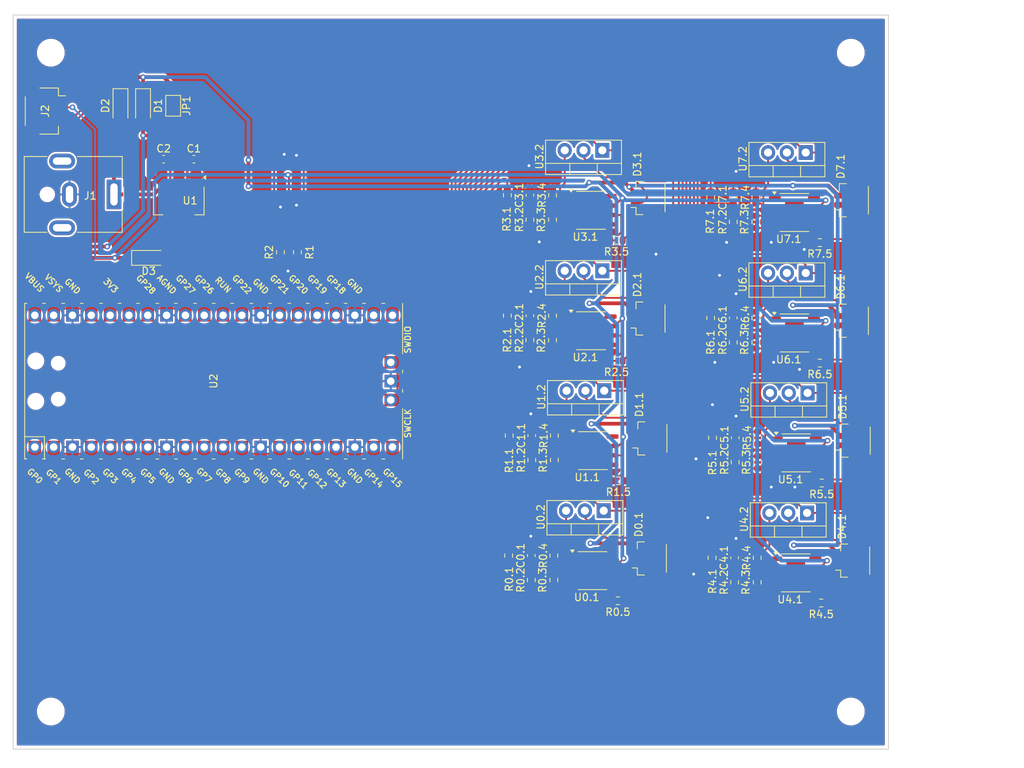
<source format=kicad_pcb>
(kicad_pcb (version 20240108) (generator "pcbnew") (generator_version "8.0")
  (title_block (title "Laser Box Circuit") (rev "v01"))
  (layers (0 "F.Cu" signal) (31 "B.Cu" signal) (34 "B.Paste" user) (35 "F.Paste" user) (36 "B.SilkS" user "B.Silkscreen") (37 "F.SilkS" user "F.Silkscreen") (38 "B.Mask" user) (39 "F.Mask" user) (44 "Edge.Cuts" user))
  (net 0 "")
  (net 1 "GND")
  (net 2 "VCC")
  (net 3 "/GPIO0")
  (net 4 "/GPIO1")
  (net 5 "Vdrive")
  (net 6 "VBUS")
  (net 7 "/GPIO2")
  (net 8 "/GPIO3")
  (net 9 "/GPIO4")
  (net 10 "/GPIO5")
  (net 11 "/GPIO6")
  (net 12 "/GPIO7")
  (net 13 "Net-(D2-A)")
  (net 14 "Net-(D3-A)")
  (net 15 "/SWDIO")
  (net 16 "/GPIO20")
  (net 17 "/GPIO21")
  (net 18 "/GPIO14")
  (net 19 "/GPIO15")
  (net 20 "/GPIO17")
  (net 21 "/GPIO13")
  (net 22 "+3.3V")
  (net 23 "/GPIO11")
  (net 24 "/GPIO16")
  (net 25 "/GPIO28")
  (net 26 "/GPIO12")
  (net 28 "/GPIO8")
  (net 29 "/GPIO9")
  (net 31 "/RUN")
  (net 32 "/SWCLK")
  (net 33 "/GPIO10")
  (net 34 "Net-(C1.1-Pad1)")
  (net 35 "Net-(D1.1-K)")
  (net 36 "Net-(U1.1-+IN)")
  (net 37 "Net-(U1.1--IN)")
  (net 38 "Net-(U1.1-OUT)")
  (net 42 "Net-(C0.1-Pad1)")
  (net 43 "Net-(C2.1-Pad1)")
  (net 44 "Net-(C3.1-Pad1)")
  (net 45 "Net-(C4.1-Pad1)")
  (net 46 "Net-(C5.1-Pad1)")
  (net 47 "Net-(C6.1-Pad1)")
  (net 48 "Net-(C7.1-Pad1)")
  (net 49 "Net-(D0.1-K)")
  (net 50 "Net-(D2.1-K)")
  (net 51 "Net-(D3.1-K)")
  (net 52 "Net-(D4.1-K)")
  (net 53 "Net-(D5.1-K)")
  (net 54 "Net-(D6.1-K)")
  (net 55 "Net-(D7.1-K)")
  (net 56 "Net-(U0.1-+IN)")
  (net 57 "Net-(U0.1--IN)")
  (net 58 "Net-(U0.1-OUT)")
  (net 59 "Net-(U2.1-+IN)")
  (net 60 "Net-(U2.1--IN)")
  (net 61 "Net-(U2.1-OUT)")
  (net 62 "Net-(U3.1-+IN)")
  (net 63 "Net-(U3.1--IN)")
  (net 64 "Net-(U3.1-OUT)")
  (net 65 "Net-(U4.1-+IN)")
  (net 66 "Net-(U4.1--IN)")
  (net 67 "Net-(U4.1-OUT)")
  (net 68 "Net-(U5.1-+IN)")
  (net 69 "Net-(U5.1--IN)")
  (net 70 "Net-(U5.1-OUT)")
  (net 71 "Net-(U6.1-+IN)")
  (net 72 "Net-(U6.1--IN)")
  (net 73 "Net-(U6.1-OUT)")
  (net 74 "Net-(U7.1-+IN)")
  (net 75 "Net-(U7.1--IN)")
  (net 76 "Net-(U7.1-OUT)")
  (net 98 "/GPIO26")
  (net 99 "/GPIO19")
  (net 100 "/GPIO18")
  (net 101 "/GPIO27")
  (footprint "Resistor_SMD:R_0603_1608Metric" (layer "F.Cu") (at 178.1935 92.8595 -90)
    (property "Reference" "R5.3")
    (property "Value" "20kΩ")
  )
  (footprint "Resistor_SMD:R_0603_1608Metric" (layer "F.Cu") (at 174.8915 76.6795 90)
    (property "Reference" "R6.2")
    (property "Value" "500kΩ")
  )
  (footprint "Resistor_SMD:R_0603_1608Metric" (layer "F.Cu") (at 150.683 108.753 -90)
    (property "Reference" "R0.3")
    (property "Value" "20kΩ")
  )
  (footprint "RPi_Pico:RPi_Pico_SMD_TH" (layer "F.Cu") (at 104.775 81.915 90)
    (property "Reference" "U2")
    (property "Value" "Pico")
  )
  (footprint "Resistor_SMD:R_0603_1608Metric" (layer "F.Cu") (at 147.452 60.125 90)
    (property "Reference" "R3.2")
    (property "Value" "500kΩ")
  )
  (footprint "MountingHole:MountingHole_3.5mm" (layer "F.Cu") (at 190.754 126.492)
    (property "Reference" "REF**" (hide yes))
    (property "Value" "MountingHole_3.5mm" (hide yes))
  )
  (footprint "Package_SO:SOIC-8-1EP_3.9x4.9mm_P1.27mm_EP2.514x3.2mm" (layer "F.Cu") (at 183.3245 107.7815)
    (property "Reference" "U4.1")
    (property "Value" "ALD1702")
  )
  (footprint "Resistor_SMD:R_0603_1608Metric" (layer "F.Cu") (at 144.658 89.259 -90)
    (property "Reference" "R1.1")
    (property "Value" "10kΩ")
  )
  (footprint "Capacitor_SMD:C_0603_1608Metric" (layer "F.Cu") (at 175.0745 105.7495 90)
    (property "Reference" "C4.1")
    (property "Value" "1 μF")
  )
  (footprint "Connector_Molex:Molex_PicoBlade_53398-0271_1x02-1MP_P1.25mm_Vertical" (layer "F.Cu") (at 190.41 73.7585 90)
    (property "Reference" "D6.1")
    (property "Value" "Diode")
  )
  (footprint "Package_TO_SOT_THT:TO-220-3_Vertical" (layer "F.Cu") (at 184.6655 51.0635 180)
    (property "Reference" "U7.2")
    (property "Value" "IRL530")
  )
  (footprint "Resistor_SMD:R_0603_1608Metric" (layer "F.Cu") (at 172.0975 89.5575 -90)
    (property "Reference" "R5.1")
    (property "Value" "10kΩ")
  )
  (footprint "Resistor_SMD:R_0603_1608Metric" (layer "F.Cu") (at 178.1225 105.7495 90)
    (property "Reference" "R4.4")
    (property "Value" "1Ω")
  )
  (footprint "Package_TO_SOT_THT:TO-220-3_Vertical" (layer "F.Cu") (at 184.6655 67.3195 180)
    (property "Reference" "U6.2")
    (property "Value" "IRL530")
  )
  (footprint "Resistor_SMD:R_0603_1608Metric" (layer "F.Cu") (at 175.1455 92.8595 90)
    (property "Reference" "R5.2")
    (property "Value" "500kΩ")
  )
  (footprint "Resistor_SMD:R_0603_1608Metric" (layer "F.Cu") (at 144.404 73.079 -90)
    (property "Reference" "R2.1")
    (property "Value" "10kΩ")
  )
  (footprint "MountingHole:MountingHole_3.5mm" (layer "F.Cu") (at 190.754 37.592)
    (property "Reference" "REF**" (hide yes))
    (property "Value" "MountingHole_3.5mm" (hide yes))
  )
  (footprint "Capacitor_SMD:C_0603_1608Metric" (layer "F.Cu") (at 174.8915 73.3775 90)
    (property "Reference" "C6.1")
    (property "Value" "1 μF")
  )
  (footprint "Resistor_SMD:R_0603_1608Metric" (layer "F.Cu") (at 186.7585 111.8455 180)
    (property "Reference" "R4.5")
    (property "Value" "1kΩ")
  )
  (footprint "Package_TO_SOT_THT:TO-220-3_Vertical" (layer "F.Cu") (at 157.48 83.201 180)
    (property "Reference" "U1.2")
    (property "Value" "IRL530")
  )
  (footprint "Resistor_SMD:R_0603_1608Metric" (layer "F.Cu") (at 150.754 92.561 -90)
    (property "Reference" "R1.3")
    (property "Value" "20kΩ")
  )
  (footprint "RPi_Pico:MBR120_SOD-123" (layer "F.Cu") (at 96.012 65.278)
    (property "Reference" "D3")
    (property "Value" "D_Schottky")
  )
  (footprint "Package_SO:SOIC-8-1EP_3.9x4.9mm_P1.27mm_EP2.514x3.2mm" (layer "F.Cu") (at 183.1415 59.1535)
    (property "Reference" "U7.1")
    (property "Value" "ALD1702")
  )
  (footprint "Package_SO:SOIC-8-1EP_3.9x4.9mm_P1.27mm_EP2.514x3.2mm" (layer "F.Cu") (at 155.702 58.855)
    (property "Reference" "U3.1")
    (property "Value" "ALD1702")
  )
  (footprint "Package_TO_SOT_THT:TO-220-3_Vertical" (layer "F.Cu") (at 184.8485 99.6915 180)
    (property "Reference" "U4.2")
    (property "Value" "IRL530")
  )
  (footprint "Resistor_SMD:R_0603_1608Metric" (layer "F.Cu") (at 150.754 89.259 90)
    (property "Reference" "R1.4")
    (property "Value" "1Ω")
  )
  (footprint "RPi_Pico:MBR120_SOD-123" (layer "F.Cu") (at 95.25 44.753 -90)
    (property "Reference" "D1")
    (property "Value" "D_Schottky")
  )
  (footprint "Capacitor_SMD:C_0603_1608Metric" (layer "F.Cu") (at 102.108 51.968)
    (property "Reference" "C1")
    (property "Value" "2.2u")
  )
  (footprint "Resistor_SMD:R_0603_1608Metric" (layer "F.Cu") (at 186.8295 95.6535 180)
    (property "Reference" "R5.5")
    (property "Value" "1kΩ")
  )
  (footprint "Resistor_SMD:R_0603_1608Metric" (layer "F.Cu") (at 113.792 64.516 -90)
    (property "Reference" "R2")
    (property "Value" "DNP")
  )
  (footprint "Resistor_SMD:R_0603_1608Metric" (layer "F.Cu") (at 147.706 92.561 90)
    (property "Reference" "R1.2")
    (property "Value" "500kΩ")
  )
  (footprint "Capacitor_SMD:C_0603_1608Metric" (layer "F.Cu") (at 98.031 51.968)
    (property "Reference" "C2")
    (property "Value" "1.0u")
  )
  (footprint "Package_TO_SOT_THT:TO-220-3_Vertical" (layer "F.Cu") (at 184.9195 83.4995 180)
    (property "Reference" "U5.2")
    (property "Value" "IRL530")
  )
  (footprint "Package_SO:SOIC-8-1EP_3.9x4.9mm_P1.27mm_EP2.514x3.2mm" (layer "F.Cu") (at 155.956 91.291)
    (property "Reference" "U1.1")
    (property "Value" "ALD1702")
  )
  (footprint "Resistor_SMD:R_0603_1608Metric" (layer "F.Cu") (at 175.0745 109.0515 90)
    (property "Reference" "R4.2")
    (property "Value" "500kΩ")
  )
  (footprint "Resistor_SMD:R_0603_1608Metric" (layer "F.Cu") (at 174.8915 60.4235 90)
    (property "Reference" "R7.2")
    (property "Value" "500kΩ")
  )
  (footprint "Connector_JST:JST_SH_SM04B-SRSS-TB_1x04-1MP_P1.00mm_Horizontal" (layer "F.Cu") (at 82.042 45.466 -90)
    (property "Reference" "J2")
    (property "Value" "Conn_01x04_Shielded")
  )
  (footprint "Capacitor_SMD:C_0603_1608Metric" (layer "F.Cu") (at 147.452 56.823 90)
    (property "Reference" "C3.1")
    (property "Value" "1 μF")
  )
  (footprint "Resistor_SMD:R_0603_1608Metric" (layer "F.Cu") (at 144.404 56.823 -90)
    (property "Reference" "R3.1")
    (property "Value" "10kΩ")
  )
  (footprint "RPi_Pico:MBR120_SOD-123" (layer "F.Cu") (at 92.202 44.753 -90)
    (property "Reference" "D2")
    (property "Value" "D_Schottky")
  )
  (footprint "Package_SO:SOIC-8-1EP_3.9x4.9mm_P1.27mm_EP2.514x3.2mm" (layer "F.Cu") (at 183.3955 91.5895)
    (property "Reference" "U5.1")
    (property "Value" "ALD1702")
  )
  (footprint "Capacitor_SMD:C_0603_1608Metric" (layer "F.Cu") (at 147.452 73.079 90)
    (property "Reference" "C2.1")
    (property "Value" "1 μF")
  )
  (footprint "Resistor_SMD:R_0603_1608Metric" (layer "F.Cu") (at 186.5755 79.4735 180)
    (property "Reference" "R6.5")
    (property "Value" "1kΩ")
  )
  (footprint "Resistor_SMD:R_0603_1608Metric" (layer "F.Cu") (at 178.1935 89.5575 90)
    (property "Reference" "R5.4")
    (property "Value" "1Ω")
  )
  (footprint "Resistor_SMD:R_0603_1608Metric" (layer "F.Cu") (at 150.5 60.125 -90)
    (property "Reference" "R3.3")
    (property "Value" "20kΩ")
  )
  (footprint "Resistor_SMD:R_0603_1608Metric" (layer "F.Cu") (at 171.8435 73.3775 -90)
    (property "Reference" "R6.1")
    (property "Value" "10kΩ")
  )
  (footprint "Package_SO:SOIC-8-1EP_3.9x4.9mm_P1.27mm_EP2.514x3.2mm" (layer "F.Cu") (at 155.885 107.483)
    (property "Reference" "U0.1")
    (property "Value" "ALD1702")
  )
  (footprint "Resistor_SMD:R_0603_1608Metric" (layer "F.Cu") (at 150.5 73.079 90)
    (property "Reference" "R2.4")
    (property "Value" "1Ω")
  )
  (footprint "Resistor_SMD:R_0603_1608Metric" (layer "F.Cu") (at 159.136 62.919 180)
    (property "Reference" "R3.5")
    (property "Value" "1kΩ")
  )
  (footprint "Resistor_SMD:R_0603_1608Metric" (layer "F.Cu") (at 147.635 108.753 90)
    (property "Reference" "R0.2")
    (property "Value" "500kΩ")
  )
  (footprint "Capacitor_SMD:C_0603_1608Metric" (layer "F.Cu") (at 147.706 89.259 90)
    (property "Reference" "C1.1")
    (property "Value" "1 μF")
  )
  (footprint "Capacitor_SMD:C_0603_1608Metric" (layer "F.Cu") (at 175.1455 89.5575 90)
    (property "Reference" "C5.1")
    (property "Value" "1 μF")
  )
  (footprint "Connector_Molex:Molex_PicoBlade_53398-0271_1x02-1MP_P1.25mm_Vertical" (layer "F.Cu") (at 190.593 106.1305 90)
    (property "Reference" "D4.1")
    (property "Value" "Diode")
  )
  (footprint "Resistor_SMD:R_0603_1608Metric" (layer "F.Cu") (at 159.319 111.547 180)
    (property "Reference" "R0.5")
    (property "Value" "1kΩ")
  )
  (footprint "Resistor_SMD:R_0603_1608Metric" (layer "F.Cu") (at 177.9395 73.3775 90)
    (property "Reference" "R6.4")
    (property "Value" "1Ω")
  )
  (footprint "Resistor_SMD:R_0603_1608Metric" (layer "F.Cu") (at 150.683 105.451 90)
    (property "Reference" "R0.4")
    (property "Value" "1Ω")
  )
  (footprint "Resistor_SMD:R_0603_1608Metric" (layer "F.Cu") (at 177.9395 60.4235 -90)
    (property "Reference" "R7.3")
    (property "Value" "20kΩ")
  )
  (footprint "Resistor_SMD:R_0603_1608Metric" (layer "F.Cu") (at 186.5755 63.2175 180)
    (property "Reference" "R7.5")
    (property "Value" "1kΩ")
  )
  (footprint "Resistor_SMD:R_0603_1608Metric" (layer "F.Cu") (at 159.136 79.175 180)
    (property "Reference" "R2.5")
    (property "Value" "1kΩ")
  )
  (footprint "Package_TO_SOT_SMD:SOT-223-3_TabPin2" (layer "F.Cu") (at 100.076 57.556 -90)
    (property "Reference" "U1")
    (property "Value" "TLV76150DCY")
  )
  (footprint "Capacitor_SMD:C_0603_1608Metric" (layer "F.Cu") (at 174.8915 57.1215 90)
    (property "Reference" "C7.1")
    (property "Value" "1 μF")
  )
  (footprint "Resistor_SMD:R_0603_1608Metric" (layer "F.Cu") (at 147.452 76.381 90)
    (property "Reference" "R2.2")
    (property "Value" "500kΩ")
  )
  (footprint "Jumper:SolderJumper-2_P1.3mm_Open_Pad1.0x1.5mm" (layer "F.Cu") (at 99.314 44.753 -90)
    (property "Reference" "JP1")
    (property "Value" "Jumper_2_Open")
  )
  (footprint "MountingHole:MountingHole_3.5mm" (layer "F.Cu") (at 82.804 126.492)
    (property "Reference" "REF**" (hide yes))
    (property "Value" "MountingHole_3.5mm" (hide yes))
  )
  (footprint "Connector_Molex:Molex_PicoBlade_53398-0271_1x02-1MP_P1.25mm_Vertical" (layer "F.Cu") (at 163.1535 105.832 90)
    (property "Reference" "D0.1")
    (property "Value" "Diode")
  )
  (footprint "Connector_Molex:Molex_PicoBlade_53398-0271_1x02-1MP_P1.25mm_Vertical" (layer "F.Cu") (at 190.664 89.9385 90)
    (property "Reference" "D5.1")
    (property "Value" "Diode")
  )
  (footprint "Connector_Molex:Molex_PicoBlade_53398-0271_1x02-1MP_P1.25mm_Vertical" (layer "F.Cu") (at 163.2245 89.64 90)
    (property "Reference" "D1.1")
    (property "Value" "Diode")
  )
  (footprint "Connector_Molex:Molex_PicoBlade_53398-0271_1x02-1MP_P1.25mm_Vertical" (layer "F.Cu") (at 190.41 57.5025 90)
    (property "Reference" "D7.1")
    (property "Value" "Diode")
  )
  (footprint "Package_TO_SOT_THT:TO-220-3_Vertical" (layer "F.Cu") (at 157.226 67.021 180)
    (property "Reference" "U2.2")
    (property "Value" "IRL530")
  )
  (footprint "Resistor_SMD:R_0603_1608Metric" (layer "F.Cu") (at 144.587 105.451 -90)
    (property "Reference" "R0.1")
    (property "Value" "10kΩ")
  )
  (footprint "Package_TO_SOT_THT:TO-220-3_Vertical" (layer "F.Cu") (at 157.409 99.393 180)
    (property "Reference" "U0.2")
    (property "Value" "IRL530")
  )
  (footprint "Package_SO:SOIC-8-1EP_3.9x4.9mm_P1.27mm_EP2.514x3.2mm" (layer "F.Cu") (at 155.702 75.111)
    (property "Reference" "U2.1")
    (property "Value" "ALD1702")
  )
  (footprint "Resistor_SMD:R_0603_1608Metric" (layer "F.Cu") (at 178.1225 109.0515 -90)
    (property "Reference" "R4.3")
    (property "Value" "20kΩ")
  )
  (footprint "Resistor_SMD:R_0603_1608Metric" (layer "F.Cu") (at 150.5 76.381 -90)
    (property "Reference" "R2.3")
    (property "Value" "20kΩ")
  )
  (footprint "Capacitor_SMD:C_0603_1608Metric" (layer "F.Cu") (at 147.635 105.451 90)
    (property "Reference" "C0.1")
    (property "Value" "1 μF")
  )
  (footprint "MountingHole:MountingHole_3.5mm" (layer "F.Cu") (at 82.804 37.592)
    (property "Reference" "REF**" (hide yes))
    (property "Value" "MountingHole_3.5mm" (hide yes))
  )
  (footprint "Package_SO:SOIC-8-1EP_3.9x4.9mm_P1.27mm_EP2.514x3.2mm" (layer "F.Cu") (at 183.1415 75.4095)
    (property "Reference" "U6.1")
    (property "Value" "ALD1702")
  )
  (footprint "Package_TO_SOT_THT:TO-220-3_Vertical" (layer "F.Cu") (at 157.226 50.765 180)
    (property "Reference" "U3.2")
    (property "Value" "IRL530")
  )
  (footprint "Resistor_SMD:R_0603_1608Metric" (layer "F.Cu") (at 159.39 95.355 180)
    (property "Reference" "R1.5")
    (property "Value" "1kΩ")
  )
  (footprint "Resistor_SMD:R_0603_1608Metric" (layer "F.Cu") (at 150.5 56.823 90)
    (property "Reference" "R3.4")
    (property "Value" "1Ω")
  )
  (footprint "Connector_BarrelJack:BarrelJack_CUI_PJ-063AH_Horizontal" (layer "F.Cu") (at 91.328 56.714 -90)
    (property "Reference" "J1")
    (property "Value" "Barrel_Jack")
  )
  (footprint "Connector_Molex:Molex_PicoBlade_53398-0271_1x02-1MP_P1.25mm_Vertical" (layer "F.Cu") (at 162.9705 73.46 90)
    (property "Reference" "D2.1")
    (property "Value" "Diode")
  )
  (footprint "Resistor_SMD:R_0603_1608Metric" (layer "F.Cu") (at 116.078 64.516 -90)
    (property "Reference" "R1")
    (property "Value" "DNP")
  )
  (footprint "Resistor_SMD:R_0603_1608Metric" (layer "F.Cu") (at 172.0265 105.7495 -90)
    (property "Reference" "R4.1")
    (property "Value" "10kΩ")
  )
  (footprint "Resistor_SMD:R_0603_1608Metric" (layer "F.Cu") (at 171.8435 57.1215 -90)
    (property "Reference" "R7.1")
    (property "Value" "10kΩ")
  )
  (footprint "Resistor_SMD:R_0603_1608Metric" (layer "F.Cu") (at 177.9395 76.6795 -90)
    (property "Reference" "R6.3")
    (property "Value" "20kΩ")
  )
  (footprint "Connector_Molex:Molex_PicoBlade_53398-0271_1x02-1MP_P1.25mm_Vertical" (layer "F.Cu") (at 162.9705 57.204 90)
    (property "Reference" "D3.1")
    (property "Value" "Diode")
  )
  (footprint "Resistor_SMD:R_0603_1608Metric" (layer "F.Cu") (at 177.9395 57.1215 90)
    (property "Reference" "R7.4")
    (property "Value" "1Ω")
  )
  (gr_rect (start 77.724 32.512) (end 195.834 131.572) (stroke (width 0.127)) (fill none) (layer "Edge.Cuts"))
  (segment (start 177.9395 56.2965) (end 174.9415 56.2965) (width 0.254) (layer "F.Cu") (net 1))
  (segment (start 150.5 55.998) (end 147.502 55.998) (width 0.254) (layer "F.Cu") (net 1))
  (segment (start 147.502 55.998) (end 147.452 56.048) (width 0.254) (layer "F.Cu") (net 1))
  (segment (start 147.502 72.254) (end 147.452 72.304) (width 0.254) (layer "F.Cu") (net 1))
  (segment (start 180.497 109.8765) (end 180.687 109.6865) (width 0.254) (layer "F.Cu") (net 1))
  (segment (start 180.568 93.6845) (end 180.758 93.4945) (width 0.254) (layer "F.Cu") (net 1))
  (segment (start 174.9415 72.5525) (end 174.8915 72.6025) (width 0.254) (layer "F.Cu") (net 1))
  (segment (start 147.756 88.434) (end 147.706 88.484) (width 0.254) (layer "F.Cu") (net 1))
  (segment (start 174.9415 56.2965) (end 174.8915 56.3465) (width 0.254) (layer "F.Cu") (net 1))
  (segment (start 177.9395 72.5525) (end 174.9415 72.5525) (width 0.254) (layer "F.Cu") (net 1))
  (segment (start 175.1245 104.9245) (end 175.0745 104.9745) (width 0.254) (layer "F.Cu") (net 1))
  (segment (start 175.1955 88.7325) (end 175.1455 88.7825) (width 0.254) (layer "F.Cu") (net 1))
  (segment (start 150.5 72.254) (end 147.502 72.254) (width 0.254) (layer "F.Cu") (net 1))
  (segment (start 150.754 88.434) (end 147.756 88.434) (width 0.254) (layer "F.Cu") (net 1))
  (via (at 180.0225 96.2025) (size 0.762) (drill 0.381) (layers "F.Cu" "B.Cu") (net 1))
  (via (at 148.717 63.119) (size 0.762) (drill 0.381) (layers "F.Cu" "B.Cu") (net 1))
  (via (at 183.1975 96.2025) (size 0.762) (drill 0.381) (layers "F.Cu" "B.Cu") (net 1))
  (via (at 173.0375 67.6275) (size 0.762) (drill 0.381) (layers "F.Cu" "B.Cu") (net 1))
  (via (at 180.0225 63.1825) (size 0.762) (drill 0.381) (layers "F.Cu" "B.Cu") (net 1))
  (via (at 114.3 51.308) (size 0.762) (drill 0.381) (layers "F.Cu" "B.Cu") (net 1))
  (via (at 175.2675 86.6235) (size 0.762) (drill 0.381) (layers "F.Cu" "B.Cu") (net 1))
  (via (at 146.05 80.01) (size 0.762) (drill 0.381) (layers "F.Cu" "B.Cu") (net 1))
  (via (at 172.085 85.09) (size 0.762) (drill 0.381) (layers "F.Cu" "B.Cu") (net 1))
  (via (at 169.545 107.95) (size 0.762) (drill 0.381) (layers "F.Cu" "B.Cu") (net 1))
  (via (at 183.8325 80.3275) (size 0.762) (drill 0.381) (layers "F.Cu" "B.Cu") (net 1))
  (via (at 115.951 58.166) (size 0.762) (drill 0.381) (layers "F.Cu" "B.Cu") (net 1))
  (via (at 115.951 51.435) (size 0.762) (drill 0.381) (layers "F.Cu" "B.Cu") (net 1))
  (via (at 164.465 64.77) (size 0.762) (drill 0.381) (layers "F.Cu" "B.Cu") (net 1))
  (via (at 184.4675 64.135) (size 0.762) (drill 0.381) (layers "F.Cu" "B.Cu") (net 1))
  (via (at 175.2675 70.1135) (size 0.762) (drill 0.381) (layers "F.Cu" "B.Cu") (net 1))
  (via (at 180.34 79.375) (size 0.762) (drill 0.381) (layers "F.Cu" "B.Cu") (net 1))
  (via (at 171.45 100.33) (size 0.762) (drill 0.381) (layers "F.Cu" "B.Cu") (net 1))
  (via (at 175.2675 103.1335) (size 0.762) (drill 0.381) (layers "F.Cu" "B.Cu") (net 1))
  (via (at 175.2675 53.6035) (size 0.762) (drill 0.381) (layers "F.Cu" "B.Cu") (net 1))
  (via (at 147.574 69.815) (size 0.762) (drill 0.381) (layers "F.Cu" "B.Cu") (net 1))
  (via (at 147.32 52.832) (size 0.762) (drill 0.381) (layers "F.Cu" "B.Cu") (net 1))
  (via (at 147.574 102.835) (size 0.762) (drill 0.381) (layers "F.Cu" "B.Cu") (net 1))
  (via (at 113.792 58.42) (size 0.762) (drill 0.381) (layers "F.Cu" "B.Cu") (net 1))
  (via (at 147.574 86.325) (size 0.762) (drill 0.381) (layers "F.Cu" "B.Cu") (net 1))
  (via (at 114.808 67.056) (size 0.762) (drill 0.381) (layers "F.Cu" "B.Cu") (net 1))
  (via (at 169.8625 92.3925) (size 0.762) (drill 0.381) (layers "F.Cu" "B.Cu") (net 1))
  (via (at 172.4025 79.375) (size 0.762) (drill 0.381) (layers "F.Cu" "B.Cu") (net 1))
  (via (at 173.99 63.1825) (size 0.762) (drill 0.381) (layers "F.Cu" "B.Cu") (net 1))
  (segment (start 114.935 62.484) (end 114.935 54.194) (width 0.254) (layer "F.Cu") (net 2))
  (segment (start 84.042 44.966) (end 85.717 44.966) (width 0.254) (layer "F.Cu") (net 2))
  (segment (start 116.078 63.691) (end 116.078 62.611) (width 0.254) (layer "F.Cu") (net 2))
  (segment (start 185.779 74.7745) (end 186.346 74.7745) (width 0.254) (layer "F.Cu") (net 2))
  (segment (start 116.078 62.611) (end 115.951 62.484) (width 0.254) (layer "F.Cu") (net 2))
  (segment (start 186.033 90.9545) (end 186.6 90.9545) (width 0.254) (layer "F.Cu") (net 2))
  (segment (start 185.962 107.1465) (end 186.529 107.1465) (width 0.254) (layer "F.Cu") (net 2))
  (segment (start 185.779 58.5185) (end 186.346 58.5185) (width 0.254) (layer "F.Cu") (net 2))
  (segment (start 158.5935 90.656) (end 159.405999 90.656) (width 0.254) (layer "F.Cu") (net 2))
  (segment (start 186.346 58.5185) (end 187.362 57.5025) (width 0.254) (layer "F.Cu") (net 2))
  (segment (start 160.041 90.020999) (end 160.041 89.420158) (width 0.254) (layer "F.Cu") (net 2))
  (segment (start 158.9065 58.22) (end 159.9225 57.204) (width 0.254) (layer "F.Cu") (net 2))
  (segment (start 158.3395 58.22) (end 158.9065 58.22) (width 0.254) (layer "F.Cu") (net 2))
  (segment (start 113.792 62.611) (end 113.792 63.691) (width 0.254) (layer "F.Cu") (net 2))
  (segment (start 85.717 44.966) (end 85.725 44.958) (width 0.254) (layer "F.Cu") (net 2))
  (segment (start 158.9065 74.476) (end 159.9225 73.46) (width 0.254) (layer "F.Cu") (net 2))
  (segment (start 159.405999 90.656) (end 160.041 90.020999) (width 0.254) (layer "F.Cu") (net 2))
  (segment (start 158.5225 106.848) (end 159.0895 106.848) (width 0.254) (layer "F.Cu") (net 2))
  (segment (start 159.0895 106.848) (end 160.1055 105.832) (width 0.254) (layer "F.Cu") (net 2))
  (segment (start 186.6 90.9545) (end 187.616 89.9385) (width 0.254) (layer "F.Cu") (net 2))
  (segment (start 186.529 107.1465) (end 187.545 106.1305) (width 0.254) (layer "F.Cu") (net 2))
  (segment (start 94.537 65.278) (end 87.49363 65.278) (width 0.508) (layer "F.Cu") (net 2))
  (segment (start 115.951 62.484) (end 114.935 62.484) (width 0.254) (layer "F.Cu") (net 2))
  (segment (start 87.49363 65.278) (end 83.185 69.58663) (width 0.508) (layer "F.Cu") (net 2))
  (segment (start 83.185 69.58663) (end 83.185 73.025) (width 0.508) (layer "F.Cu") (net 2))
  (segment (start 158.3395 74.476) (end 158.9065 74.476) (width 0.254) (layer "F.Cu") (net 2))
  (segment (start 114.935 54.194) (end 114.808 54.067) (width 0.254) (layer "F.Cu") (net 2))
  (segment (start 186.346 74.7745) (end 187.362 73.7585) (width 0.254) (layer "F.Cu") (net 2))
  (segment (start 114.935 62.484) (end 113.919 62.484) (width 0.254) (layer "F.Cu") (net 2))
  (segment (start 113.919 62.484) (end 113.792 62.611) (width 0.254) (layer "F.Cu") (net 2))
  (via (at 187.362 73.7585) (size 0.762) (drill 0.381) (layers "F.Cu" "B.Cu") (net 2))
  (via (at 187.616 89.9385) (size 0.762) (drill 0.381) (layers "F.Cu" "B.Cu") (net 2))
  (via (at 187.362 57.5025) (size 0.762) (drill 0.381) (layers "F.Cu" "B.Cu") (net 2))
  (via (at 91.44 65.278) (size 0.762) (drill 0.381) (layers "F.Cu" "B.Cu") (net 2))
  (via (at 159.9225 57.204) (size 0.762) (drill 0.381) (layers "F.Cu" "B.Cu") (net 2))
  (via (at 159.9225 73.46) (size 0.762) (drill 0.381) (layers "F.Cu" "B.Cu") (net 2))
  (via (at 187.545 106.1305) (size 0.762) (drill 0.381) (layers "F.Cu" "B.Cu") (net 2))
  (via (at 114.808 54.067) (size 0.762) (drill 0.381) (layers "F.Cu" "B.Cu") (net 2))
  (via (at 160.1055 105.832) (size 0.762) (drill 0.381) (layers "F.Cu" "B.Cu") (net 2))
  (via (at 85.725 44.958) (size 0.762) (drill 0.381) (layers "F.Cu" "B.Cu") (net 2))
  (via (at 160.041 89.420158) (size 0.762) (drill 0.381) (layers "F.Cu" "B.Cu") (net 2))
  (segment (start 88.773 48.006) (end 88.773 65.151) (width 0.254) (layer "B.Cu") (net 2))
  (segment (start 159.9225 71.882) (end 159.9225 89.154) (width 0.508) (layer "B.Cu") (net 2))
  (segment (start 159.22625 56.35625) (end 159.9225 57.0525) (width 0.508) (layer "B.Cu") (net 2))
  (segment (start 159.9225 71.882) (end 159.9225 73.46) (width 0.508) (layer "B.Cu") (net 2))
  (segment (start 180.121 73.7585) (end 178.1175 71.755) (width 0.508) (layer "B.Cu") (net 2))
  (segment (start 85.725 44.958) (end 88.773 48.006) (width 0.254) (layer "B.Cu") (net 2))
  (segment (start 159.9225 57.204) (end 159.9225 71.882) (width 0.508) (layer "B.Cu") (net 2))
  (segment (start 178.1175 57.5025) (end 178.1175 71.755) (width 0.508) (layer "B.Cu") (net 2))
  (segment (start 178.1175 57.5025) (end 187.362 57.5025) (width 0.508) (layer "B.Cu") (net 2))
  (segment (start 114.808 54.067) (end 156.937 54.067) (width 0.508) (layer "B.Cu") (net 2))
  (segment (start 96.774 54.991) (end 97.698 54.067) (width 0.508) (layer "B.Cu") (net 2))
  (segment (start 159.9225 89.154) (end 159.9225 105.649) (width 0.508) (layer "B.Cu") (net 2))
  (segment (start 159.9225 57.0525) (end 159.9225 57.204) (width 0.508) (layer "B.Cu") (net 2))
  (segment (start 178.1175 87.63) (end 178.1175 102.87) (width 0.508) (layer "B.Cu") (net 2))
  (segment (start 178.1175 87.63) (end 180.426 89.9385) (width 0.508) (layer "B.Cu") (net 2))
  (segment (start 159.9225 89.154) (end 159.9225 89.386) (width 0.508) (layer "B.Cu") (net 2))
  (segment (start 96.774 59.944) (end 96.774 54.991) (width 0.508) (layer "B.Cu") (net 2))
  (segment (start 91.44 65.278) (end 96.774 59.944) (width 0.508) (layer "B.Cu") (net 2))
  (segment (start 160.3725 57.5025) (end 178.1175 57.5025) (width 0.508) (layer "B.Cu") (net 2))
  (segment (start 97.698 54.067) (end 114.808 54.067) (width 0.508) (layer "B.Cu") (net 2))
  (segment (start 181.378 106.1305) (end 187.545 106.1305) (width 0.508) (layer "B.Cu") (net 2))
  (segment (start 178.1175 71.755) (end 178.1175 87.63) (width 0.508) (layer "B.Cu") (net 2))
  (segment (start 159.22625 56.35625) (end 160.3725 57.5025) (width 0.508) (layer "B.Cu") (net 2))
  (segment (start 159.9225 105.649) (end 160.1055 105.832) (width 0.508) (layer "B.Cu") (net 2))
  (segment (start 180.426 89.9385) (end 187.616 89.9385) (width 0.508) (layer "B.Cu") (net 2))
  (segment (start 160.1055 105.832) (end 160.1765 105.761) (width 0.254) (layer "B.Cu") (net 2))
  (segment (start 178.1175 102.87) (end 181.378 106.1305) (width 0.508) (layer "B.Cu") (net 2))
  (segment (start 88.9 65.278) (end 91.44 65.278) (width 0.254) (layer "B.Cu") (net 2))
  (segment (start 187.362 73.7585) (end 180.121 73.7585) (width 0.508) (layer "B.Cu") (net 2))
  (segment (start 156.937 54.067) (end 159.22625 56.35625) (width 0.508) (layer "B.Cu") (net 2))
  (segment (start 88.773 65.151) (end 88.9 65.278) (width 0.254) (layer "B.Cu") (net 2))
  (segment (start 91.44 106.68) (end 134.5291 106.68) (width 0.254) (layer "F.Cu") (net 3))
  (segment (start 134.5291 106.68) (end 136.5831 104.626) (width 0.254) (layer "F.Cu") (net 3))
  (segment (start 80.645 90.805) (end 80.645 95.885) (width 0.254) (layer "F.Cu") (net 3))
  (segment (start 136.5831 104.626) (end 144.587 104.626) (width 0.254) (layer "F.Cu") (net 3))
  (segment (start 80.645 95.885) (end 91.44 106.68) (width 0.254) (layer "F.Cu") (net 3))
  (segment (start 166.9635 100.91275) (end 165.44375 99.393) (width 0.254) (layer "F.Cu") (net 4))
  (segment (start 155.466 97.45) (end 157.409 99.393) (width 0.254) (layer "F.Cu") (net 4))
  (segment (start 134.31868 106.172) (end 143.04068 97.45) (width 0.254) (layer "F.Cu") (net 4))
  (segment (start 83.185 95.885) (end 93.472 106.172) (width 0.254) (layer "F.Cu") (net 4))
  (segment (start 160.614 111.077) (end 166.553 111.077) (width 0.254) (layer "F.Cu") (net 4))
  (segment (start 160.144 111.547) (end 160.614 111.077) (width 0.254) (layer "F.Cu") (net 4))
  (segment (start 143.04068 97.45) (end 155.466 97.45) (width 0.254) (layer "F.Cu") (net 4))
  (segment (start 93.472 106.172) (end 134.31868 106.172) (width 0.254) (layer "F.Cu") (net 4))
  (segment (start 165.44375 99.393) (end 157.409 99.393) (width 0.254) (layer "F.Cu") (net 4))
  (segment (start 166.9635 110.6665) (end 166.9635 100.91275) (width 0.254) (layer "F.Cu") (net 4))
  (segment (start 166.553 111.077) (end 166.9635 110.6665) (width 0.254) (layer "F.Cu") (net 4))
  (segment (start 83.185 90.805) (end 83.185 95.885) (width 0.254) (layer "F.Cu") (net 4))
  (segment (start 160.4325 103.7905) (end 155.621 103.7905) (width 0.508) (layer "F.Cu") (net 5))
  (segment (start 189.206 73.1205) (end 187.745 71.6595) (width 0.508) (layer "F.Cu") (net 5))
  (segment (start 109.474 52.07) (end 109.474 55.626) (width 0.508) (layer "F.Cu") (net 5))
  (segment (start 160.2595 55.118) (end 155.448 55.118) (width 0.508) (layer "F.Cu") (net 5))
  (segment (start 187.745 71.6595) (end 182.9335 71.6595) (width 0.508) (layer "F.Cu") (net 5))
  (segment (start 161.7665 72.8665) (end 160.3055 71.4055) (width 0.508) (layer "F.Cu") (net 5))
  (segment (start 95.25 43.278) (end 95.25 40.894) (width 0.508) (layer "F.Cu") (net 5))
  (segment (start 189.206 56.9915) (end 187.745 55.5305) (width 0.508) (layer "F.Cu") (net 5))
  (segment (start 92.71 40.894) (end 94.742 40.894) (width 0.508) (layer "F.Cu") (net 5))
  (segment (start 99.314 42.164) (end 98.044 40.894) (width 0.508) (layer "F.Cu") (net 5))
  (segment (start 162.0205 89.1225) (end 160.5595 87.6615) (width 0.508) (layer "F.Cu") (net 5))
  (segment (start 98.044 40.894) (end 95.25 40.894) (width 0.508) (layer "F.Cu") (net 5))
  (segment (start 161.7205 56.579) (end 161.227 56.579) (width 0.254) (layer "F.Cu") (net 5))
  (segment (start 92.202 43.278) (end 92.202 41.402) (width 0.508) (layer "F.Cu") (net 5))
  (segment (start 187.872 104.0445) (end 183.0605 104.0445) (width 0.508) (layer "F.Cu") (net 5))
  (segment (start 189.46 89.3765) (end 187.999 87.9155) (width 0.508) (layer "F.Cu") (net 5))
  (segment (start 187.745 55.5305) (end 182.9335 55.5305) (width 0.508) (layer "F.Cu") (net 5))
  (segment (start 187.999 87.9155) (end 183.1875 87.9155) (width 0.508) (layer "F.Cu") (net 5))
  (segment (start 161.7205 56.579) (end 160.2595 55.118) (width 0.508) (layer "F.Cu") (net 5))
  (segment (start 95.25 40.894) (end 94.742 40.894) (width 0.508) (layer "F.Cu") (net 5))
  (segment (start 160.5595 87.6615) (end 155.748 87.6615) (width 0.508) (layer "F.Cu") (net 5))
  (segment (start 161.8935 105.2515) (end 160.4325 103.7905) (width 0.508) (layer "F.Cu") (net 5))
  (segment (start 160.3055 71.4055) (end 155.494 71.4055) (width 0.508) (layer "F.Cu") (net 5))
  (segment (start 92.202 41.402) (end 92.71 40.894) (width 0.508) (layer "F.Cu") (net 5))
  (segment (start 189.333 105.5055) (end 187.872 104.0445) (width 0.508) (layer "F.Cu") (net 5))
  (segment (start 99.314 44.103) (end 99.314 42.164) (width 0.508) (layer "F.Cu") (net 5))
  (via (at 182.9335 55.5305) (size 0.762) (drill 0.381) (layers "F.Cu" "B.Cu") (net 5))
  (via (at 109.474 55.626) (size 0.762) (drill 0.381) (layers "F.Cu" "B.Cu") (net 5))
  (via (at 155.621 103.7905) (size 0.762) (drill 0.381) (layers "F.Cu" "B.Cu") (net 5))
  (via (at 155.748 87.6615) (size 0.762) (drill 0.381) (layers "F.Cu" "B.Cu") (net 5))
  (via (at 155.494 71.4055) (size 0.762) (drill 0.381) (layers "F.Cu" "B.Cu") (net 5))
  (via (at 109.474 52.07) (size 0.762) (drill 0.381) (layers "F.Cu" "B.Cu") (net 5))
  (via (at 183.0605 104.0445) (size 0.762) (drill 0.381) (layers "F.Cu" "B.Cu") (net 5))
  (via (at 183.1875 87.9155) (size 0.762) (drill 0.381) (layers "F.Cu" "B.Cu") (net 5))
  (via (at 155.448 55.118) (size 0.762) (drill 0.381) (layers "F.Cu" "B.Cu") (net 5))
  (via (at 95.25 40.894) (size 0.762) (drill 0.381) (layers "F.Cu" "B.Cu") (net 5))
  (via (at 182.9335 71.6595) (size 0.762) (drill 0.381) (layers "F.Cu" "B.Cu") (net 5))
  (via (at 160.83825 55.69675) (size 0.762) (drill 0.381) (layers "F.Cu" "B.Cu") (net 5))
  (segment (start 107.696 44.958) (end 109.474 46.736) (width 0.508) (layer "B.Cu") (net 5))
  (segment (start 109.474 55.626) (end 154.94 55.626) (width 0.508) (layer "B.Cu") (net 5))
  (segment (start 188.9835 56.896) (end 188.9835 71.6595) (width 0.508) (layer "B.Cu") (net 5))
  (segment (start 156.3055 71.4055) (end 155.494 71.4055) (width 0.508) (layer "B.Cu") (net 5))
  (segment (start 159.131 90.424) (end 159.131 101.092) (width 0.508) (layer "B.Cu") (net 5))
  (segment (start 155.494 71.4055) (end 156.3685 71.4055) (width 0.508) (layer "B.Cu") (net 5))
  (segment (start 188.9835 71.6595) (end 188.9835 87.9155) (width 0.508) (layer "B.Cu") (net 5))
  (segment (start 159.131 101.092) (end 156.4325 103.7905) (width 0.508) (layer "B.Cu") (net 5))
  (segment (start 188.9835 87.9155) (end 188.9835 103.505) (width 0.508) (layer "B.Cu") (net 5))
  (segment (start 187.618 55.5305) (end 188.9835 56.896) (width 0.508) (layer "B.Cu") (net 5))
  (segment (start 159.131 68.58) (end 156.3055 71.4055) (width 0.508) (layer "B.Cu") (net 5))
  (segment (start 109.474 46.736) (end 109.474 52.07) (width 0.508) (layer "B.Cu") (net 5))
  (segment (start 156.845 55.118) (end 159.131 57.404) (width 0.508) (layer "B.Cu") (net 5))
  (segment (start 156.3685 87.6615) (end 159.131 90.424) (width 0.508) (layer "B.Cu") (net 5))
  (segment (start 155.748 87.6615) (end 156.3685 87.6615) (width 0.508) (layer "B.Cu") (net 5))
  (segment (start 155.621 103.7905) (end 156.4955 103.7905) (width 0.508) (layer "B.Cu") (net 5))
  (segment (start 182.9335 55.5305) (end 161.0045 55.5305) (width 0.508) (layer "B.Cu") (net 5))
  (segment (start 188.9835 71.6595) (end 182.9335 71.6595) (width 0.508) (layer "B.Cu") (net 5))
  (segment (start 188.9835 87.9155) (end 183.1875 87.9155) (width 0.508) (layer "B.Cu") (net 5))
  (segment (start 156.3685 71.4055) (end 158.5255 73.5625) (width 0.508) (layer "B.Cu") (net 5))
  (segment (start 159.131 57.404) (end 159.131 68.58) (width 0.508) (layer "B.Cu") (net 5))
  (segment (start 159.258 74.295) (end 159.258 84.836) (width 0.508) (layer "B.Cu") (net 5))
  (segment (start 95.25 40.894) (end 103.632 40.894) (width 0.508) (layer "B.Cu") (net 5))
  (segment (start 103.632 40.894) (end 107.696 44.958) (width 0.508) (layer "B.Cu") (net 5))
  (segment (start 188.9835 104.0445) (end 183.0605 104.0445) (width 0.508) (layer "B.Cu") (net 5))
  (segment (start 154.94 55.626) (end 155.448 55.118) (width 0.508) (layer "B.Cu") (net 5))
  (segment (start 188.9835 103.505) (end 188.9835 104.0445) (width 0.508) (layer "B.Cu") (net 5))
  (segment (start 159.258 84.836) (end 156.4325 87.6615) (width 0.508) (layer "B.Cu") (net 5))
  (segment (start 161.0045 55.5305) (end 160.83825 55.69675) (width 0.508) (layer "B.Cu") (net 5))
  (segment (start 158.4325 73.4695) (end 159.258 74.295) (width 0.508) (layer "B.Cu") (net 5))
  (segment (start 156.4325 103.7905) (end 155.621 103.7905) (width 0.508) (layer "B.Cu") (net 5))
  (segment (start 182.9335 55.5305) (end 187.618 55.5305) (width 0.508) (layer "B.Cu") (net 5))
  (segment (start 156.4325 87.6615) (end 155.748 87.6615) (width 0.508) (layer "B.Cu") (net 5))
  (segment (start 155.448 55.118) (end 156.845 55.118) (width 0.508) (layer "B.Cu") (net 5))
  (segment (start 95.25 48.768) (end 95.25 46.228) (width 0.508) (layer "F.Cu") (net 6))
  (segment (start 97.028 48.768) (end 95.25 48.768) (width 0.508) (layer "F.Cu") (net 6))
  (segment (start 99.314 46.482) (end 97.028 48.768) (width 0.508) (layer "F.Cu") (net 6))
  (segment (start 80.645 71.049) (end 87.94 63.754) (width 0.508) (layer "F.Cu") (net 6))
  (segment (start 99.314 45.403) (end 99.314 46.482) (width 0.508) (layer "F.Cu") (net 6))
  (segment (start 80.645 73.025) (end 80.645 71.049) (width 0.508) (layer "F.Cu") (net 6))
  (segment (start 87.94 63.754) (end 90.424 63.754) (width 0.508) (layer "F.Cu") (net 6))
  (via (at 95.25 48.768) (size 0.762) (drill 0.381) (layers "F.Cu" "B.Cu") (net 6))
  (via (at 90.424 63.754) (size 0.762) (drill 0.381) (layers "F.Cu" "B.Cu") (net 6))
  (segment (start 90.424 63.754) (end 95.25 58.928) (width 0.508) (layer "B.Cu") (net 6))
  (segment (start 95.25 58.928) (end 95.25 48.768) (width 0.508) (layer "B.Cu") (net 6))
  (segment (start 98.044 105.664) (end 134.10826 105.664) (width 0.254) (layer "F.Cu") (net 7))
  (segment (start 143.51 89.582) (end 144.658 88.434) (width 0.254) (layer "F.Cu") (net 7))
  (segment (start 88.265 90.805) (end 88.265 95.885) (width 0.254) (layer "F.Cu") (net 7))
  (segment (start 88.265 95.885) (end 98.044 105.664) (width 0.254) (layer "F.Cu") (net 7))
  (segment (start 143.51 96.26226) (end 143.51 89.582) (width 0.254) (layer "F.Cu") (net 7))
  (segment (start 134.10826 105.664) (end 143.51 96.26226) (width 0.254) (layer "F.Cu") (net 7))
  (segment (start 167.0345 84.72075) (end 165.51475 83.201) (width 0.254) (layer "F.Cu") (net 8))
  (segment (start 155.537 81.258) (end 157.48 83.201) (width 0.254) (layer "F.Cu") (net 8))
  (segment (start 166.624 94.885) (end 167.0345 94.4745) (width 0.254) (layer "F.Cu") (net 8))
  (segment (start 90.805 90.805) (end 90.805 95.885) (width 0.254) (layer "F.Cu") (net 8))
  (segment (start 90.805 95.885) (end 100.076 105.156) (width 0.254) (layer "F.Cu") (net 8))
  (segment (start 149.882 81.258) (end 155.537 81.258) (width 0.254) (layer "F.Cu") (net 8))
  (segment (start 160.685 94.885) (end 166.624 94.885) (width 0.254) (layer "F.Cu") (net 8))
  (segment (start 143.002 88.138) (end 149.882 81.258) (width 0.254) (layer "F.Cu") (net 8))
  (segment (start 133.89784 105.156) (end 143.002 96.05184) (width 0.254) (layer "F.Cu") (net 8))
  (segment (start 160.215 95.355) (end 160.685 94.885) (width 0.254) (layer "F.Cu") (net 8))
  (segment (start 100.076 105.156) (end 133.89784 105.156) (width 0.254) (layer "F.Cu") (net 8))
  (segment (start 143.002 96.05184) (end 143.002 88.138) (width 0.254) (layer "F.Cu") (net 8))
  (segment (start 167.0345 94.4745) (end 167.0345 84.72075) (width 0.254) (layer "F.Cu") (net 8))
  (segment (start 165.51475 83.201) (end 157.48 83.201) (width 0.254) (layer "F.Cu") (net 8))
  (segment (start 93.345 90.805) (end 93.345 95.885) (width 0.254) (layer "F.Cu") (net 9))
  (segment (start 102.108 104.648) (end 133.68742 104.648) (width 0.254) (layer "F.Cu") (net 9))
  (segment (start 142.494 95.84142) (end 142.494 74.164) (width 0.254) (layer "F.Cu") (net 9))
  (segment (start 142.494 74.164) (end 144.404 72.254) (width 0.254) (layer "F.Cu") (net 9))
  (segment (start 133.68742 104.648) (end 142.494 95.84142) (width 0.254) (layer "F.Cu") (net 9))
  (segment (start 93.345 95.885) (end 102.108 104.648) (width 0.254) (layer "F.Cu") (net 9))
  (segment (start 144.78 65.128) (end 155.333 65.128) (width 0.254) (layer "F.Cu") (net 10))
  (segment (start 95.885 95.885) (end 104.14 104.14) (width 0.254) (layer "F.Cu") (net 10))
  (segment (start 141.986001 95.630999) (end 141.986001 67.921999) (width 0.254) (layer "F.Cu") (net 10))
  (segment (start 166.37 78.705) (end 166.7805 78.2945) (width 0.254) (layer "F.Cu") (net 10))
  (segment (start 165.26075 67.021) (end 157.226 67.021) (width 0.254) (layer "F.Cu") (net 10))
  (segment (start 95.885 90.805) (end 95.885 95.885) (width 0.254) (layer "F.Cu") (net 10))
  (segment (start 166.7805 68.54075) (end 165.26075 67.021) (width 0.254) (layer "F.Cu") (net 10))
  (segment (start 166.7805 78.2945) (end 166.7805 68.54075) (width 0.254) (layer "F.Cu") (net 10))
  (segment (start 159.961 79.175) (end 160.431 78.705) (width 0.254) (layer "F.Cu") (net 10))
  (segment (start 104.14 104.14) (end 133.477 104.14) (width 0.254) (layer "F.Cu") (net 10))
  (segment (start 155.333 65.128) (end 157.226 67.021) (width 0.254) (layer "F.Cu") (net 10))
  (segment (start 133.477 104.14) (end 141.986001 95.630999) (width 0.254) (layer "F.Cu") (net 10))
  (segment (start 160.431 78.705) (end 166.37 78.705) (width 0.254) (layer "F.Cu") (net 10))
  (segment (start 141.986001 67.921999) (end 144.78 65.128) (width 0.254) (layer "F.Cu") (net 10))
  (segment (start 100.965 95.885) (end 108.712 103.632) (width 0.254) (layer "F.Cu") (net 11))
  (segment (start 144.404 54.869) (end 144.404 55.998) (width 0.254) (layer "F.Cu") (net 11))
  (segment (start 144.404 55.998) (end 144.319 55.998) (width 0.254) (layer "F.Cu") (net 11))
  (segment (start 143.8275 54.61) (end 144.145 54.61) (width 0.254) (layer "F.Cu") (net 11))
  (segment (start 133.092262 103.632) (end 141.478001 95.246261) (width 0.254) (layer "F.Cu") (net 11))
  (segment (start 108.712 103.632) (end 133.092262 103.632) (width 0.254) (layer "F.Cu") (net 11))
  (segment (start 100.965 90.805) (end 100.965 95.885) (width 0.254) (layer "F.Cu") (net 11))
  (segment (start 141.478001 95.246261) (end 141.478001 56.959499) (width 0.254) (layer "F.Cu") (net 11))
  (segment (start 141.478001 56.959499) (end 143.8275 54.61) (width 0.254) (layer "F.Cu") (net 11))
  (segment (start 144.145 54.61) (end 144.404 54.869) (width 0.254) (layer "F.Cu") (net 11))
  (segment (start 110.744 103.124) (end 132.881842 103.124) (width 0.254) (layer "F.Cu") (net 12))
  (segment (start 155.283 48.822) (end 157.226 50.765) (width 0.254) (layer "F.Cu") (net 12))
  (segment (start 165.26075 50.765) (end 157.226 50.765) (width 0.254) (layer "F.Cu") (net 12))
  (segment (start 160.431 62.449) (end 166.37 62.449) (width 0.254) (layer "F.Cu") (net 12))
  (segment (start 140.970001 56.598419) (end 148.74642 48.822) (width 0.254) (layer "F.Cu") (net 12))
  (segment (start 140.970001 95.035841) (end 140.970001 56.598419) (width 0.254) (layer "F.Cu") (net 12))
  (segment (start 166.37 62.449) (end 166.7805 62.0385) (width 0.254) (layer "F.Cu") (net 12))
  (segment (start 148.74642 48.822) (end 155.283 48.822) (width 0.254) (layer "F.Cu") (net 12))
  (segment (start 159.961 62.919) (end 160.431 62.449) (width 0.254) (layer "F.Cu") (net 12))
  (segment (start 166.7805 62.0385) (end 166.7805 52.28475) (width 0.254) (layer "F.Cu") (net 12))
  (segment (start 166.7805 52.28475) (end 165.26075 50.765) (width 0.254) (layer "F.Cu") (net 12))
  (segment (start 132.881842 103.124) (end 140.970001 95.035841) (width 0.254) (layer "F.Cu") (net 12))
  (segment (start 103.505 90.805) (end 103.505 95.885) (width 0.254) (layer "F.Cu") (net 12))
  (segment (start 103.505 95.885) (end 110.744 103.124) (width 0.254) (layer "F.Cu") (net 12))
  (segment (start 96.012 52.222) (end 96.266 51.968) (width 0.508) (layer "F.Cu") (net 13))
  (segment (start 91.4 56.642) (end 91.328 56.714) (width 1.27) (layer "F.Cu") (net 13))
  (segment (start 96.702 56.714) (end 97.776 55.64) (width 0.508) (layer "F.Cu") (net 13))
  (segment (start 96.266 51.968) (end 97.256 51.968) (width 0.508) (layer "F.Cu") (net 13))
  (segment (start 91.328 56.714) (end 96.702 56.714) (width 0.508) (layer "F.Cu") (net 13))
  (segment (start 96.443 54.406) (end 96.012 53.975) (width 0.508) (layer "F.Cu") (net 13))
  (segment (start 91.328 52.578) (end 91.328 56.714) (width 0.508) (layer "F.Cu") (net 13))
  (segment (start 97.776 55.64) (end 97.776 54.406) (width 0.508) (layer "F.Cu") (net 13))
  (segment (start 96.012 53.975) (end 96.012 52.222) (width 0.508) (layer "F.Cu") (net 13))
  (segment (start 92.202 46.228) (end 92.202 51.704) (width 0.508) (layer "F.Cu") (net 13))
  (segment (start 97.776 54.406) (end 96.443 54.406) (width 0.508) (layer "F.Cu") (net 13))
  (segment (start 92.202 51.704) (end 91.328 52.578) (width 0.508) (layer "F.Cu") (net 13))
  (segment (start 100.076 54.406) (end 100.076 60.706) (width 0.508) (layer "F.Cu") (net 14))
  (segment (start 100.076 64.516) (end 99.314 65.278) (width 0.508) (layer "F.Cu") (net 14))
  (segment (start 100.076 60.706) (end 100.076 64.516) (width 0.508) (layer "F.Cu") (net 14))
  (segment (start 100.6475 51.968) (end 101.333 51.968) (width 0.508) (layer "F.Cu") (net 14))
  (segment (start 100.076 52.5395) (end 100.6475 51.968) (width 0.508) (layer "F.Cu") (net 14))
  (segment (start 100.076 54.406) (end 100.076 52.5395) (width 0.508) (layer "F.Cu") (net 14))
  (segment (start 99.314 65.278) (end 97.487 65.278) (width 0.508) (layer "F.Cu") (net 14))
  (segment (start 86.868 42.799) (end 90.805 38.862) (width 0.254) (layer "F.Cu") (net 16))
  (segment (start 90.805 38.862) (end 105.791 38.862) (width 0.254) (layer "F.Cu") (net 16))
  (segment (start 116.205 73.025) (end 116.205 67.056) (width 0.254) (layer "F.Cu") (net 16))
  (segment (start 116.205 67.056) (end 116.205 66.421) (width 0.254) (layer "F.Cu") (net 16))
  (segment (start 86.868 45.339) (end 86.868 42.799) (width 0.254) (layer "F.Cu") (net 16))
  (segment (start 116.078 66.294) (end 116.078 65.341) (width 0.254) (layer "F.Cu") (net 16))
  (segment (start 116.934 50.005) (end 116.934 66.962) (width 0.254) (layer "F.Cu") (net 16))
  (segment (start 84.042 45.966) (end 86.241 45.966) (width 0.254) (layer "F.Cu") (net 16))
  (segment (start 86.241 45.966) (end 86.868 45.339) (width 0.254) (layer "F.Cu") (net 16))
  (segment (start 116.84 67.056) (end 116.205 67.056) (width 0.254) (layer "F.Cu") (net 16))
  (segment (start 116.205 66.421) (end 116.078 66.294) (width 0.254) (layer "F.Cu") (net 16))
  (segment (start 116.934 66.962) (end 116.84 67.056) (width 0.254) (layer "F.Cu") (net 16))
  (segment (start 105.791 38.862) (end 116.934 50.005) (width 0.254) (layer "F.Cu") (net 16))
  (segment (start 113.665 66.421) (end 113.792 66.294) (width 0.254) (layer "F.Cu") (net 17))
  (segment (start 84.042 46.966) (end 86.003 46.966) (width 0.254) (layer "F.Cu") (net 17))
  (segment (start 91.059 39.37) (end 105.537 39.37) (width 0.254) (layer "F.Cu") (net 17))
  (segment (start 105.537 39.37) (end 112.936 46.769) (width 0.254) (layer "F.Cu") (net 17))
  (segment (start 112.936 66.962) (end 113.157 67.183) (width 0.254) (layer "F.Cu") (net 17))
  (segment (start 86.003 46.966) (end 87.376 45.593) (width 0.254) (layer "F.Cu") (net 17))
  (segment (start 87.376 43.053) (end 91.059 39.37) (width 0.254) (layer "F.Cu") (net 17))
  (segment (start 113.665 67.183) (end 113.665 66.421) (width 0.254) (layer "F.Cu") (net 17))
  (segment (start 87.376 45.593) (end 87.376 43.053) (width 0.254) (layer "F.Cu") (net 17))
  (segment (start 113.792 66.294) (end 113.792 65.341) (width 0.254) (layer "F.Cu") (net 17))
  (segment (start 113.157 67.183) (end 113.665 67.183) (width 0.254) (layer "F.Cu") (net 17))
  (segment (start 113.665 73.025) (end 113.665 67.183) (width 0.254) (layer "F.Cu") (net 17))
  (segment (start 112.936 46.769) (end 112.936 66.962) (width 0.254) (layer "F.Cu") (net 17))
  (segment (start 128.778 99.568) (end 126.365 97.155) (width 0.254) (layer "F.Cu") (net 18))
  (segment (start 164.79069 45.266) (end 147.27348 45.266) (width 0.254) (layer "F.Cu") (net 18))
  (segment (start 131.408902 99.568) (end 128.778 99.568) (width 0.254) (layer "F.Cu") (net 18))
  (segment (start 126.365 97.155) (end 126.365 90.805) (width 0.254) (layer "F.Cu") (net 18))
  (segment (start 137.414 55.12548) (end 137.414 93.562902) (width 0.254) (layer "F.Cu") (net 18))
  (segment (start 164.79069 45.266) (end 171.8435 52.31881) (width 0.254) (layer "F.Cu") (net 18))
  (segment (start 137.414 93.562902) (end 131.408902 99.568) (width 0.254) (layer "F.Cu") (net 18))
  (segment (start 147.27348 45.266) (end 137.414 55.12548) (width 0.254) (layer "F.Cu") (net 18))
  (segment (start 171.8435 52.31881) (end 171.8435 56.2965) (width 0.254) (layer "F.Cu") (net 18))
  (segment (start 193.8095 62.7475) (end 194.22 62.337) (width 0.254) (layer "F.Cu") (net 19))
  (segment (start 128.905 92.759) (end 129.352 93.206) (width 0.254) (layer "F.Cu") (net 19))
  (segment (start 136.906 54.91506) (end 147.06306 44.758) (width 0.254) (layer "F.Cu") (net 19))
  (segment (start 178.36 44.758) (end 184.6655 51.0635) (width 0.254) (layer "F.Cu") (net 19))
  (segment (start 130.81 99.06) (end 131.198482 99.06) (width 0.254) (layer "F.Cu") (net 19))
  (segment (start 128.905 90.805) (end 128.905 97.155) (width 0.254) (layer "F.Cu") (net 19))
  (segment (start 128.905 90.805) (end 128.905 92.759) (width 0.254) (layer "F.Cu") (net 19))
  (segment (start 136.906 93.352482) (end 136.906 54.91506) (width 0.254) (layer "F.Cu") (net 19))
  (segment (start 187.8705 62.7475) (end 193.8095 62.7475) (width 0.254) (layer "F.Cu") (net 19))
  (segment (start 187.4005 63.2175) (end 187.8705 62.7475) (width 0.254) (layer "F.Cu") (net 19))
  (segment (start 131.198482 99.06) (end 136.906 93.352482) (width 0.254) (layer "F.Cu") (net 19))
  (segment (start 128.905 97.155) (end 130.81 99.06) (width 0.254) (layer "F.Cu") (net 19))
  (segment (start 192.70025 51.0635) (end 184.6655 51.0635) (width 0.254) (layer "F.Cu") (net 19))
  (segment (start 184.6655 51.016) (end 184.6655 51.0635) (width 0.254) (layer "F.Cu") (net 19))
  (segment (start 147.06306 44.758) (end 178.36 44.758) (width 0.254) (layer "F.Cu") (net 19))
  (segment (start 194.22 62.337) (end 194.22 52.58325) (width 0.254) (layer "F.Cu") (net 19))
  (segment (start 194.22 52.58325) (end 192.70025 51.0635) (width 0.254) (layer "F.Cu") (net 19))
  (segment (start 183.1975 64.77) (end 184.6655 66.238) (width 0.254) (layer "F.Cu") (net 21))
  (segment (start 194.22 78.593) (end 194.22 68.83925) (width 0.254) (layer "F.Cu") (net 21))
  (segment (start 137.922 93.773322) (end 137.922 55.3359) (width 0.254) (layer "F.Cu") (net 21))
  (segment (start 194.22 68.83925) (end 192.70025 67.3195) (width 0.254) (layer "F.Cu") (net 21))
  (segment (start 170.082501 51.276231) (end 170.082501 63.720001) (width 0.254) (layer "F.Cu") (net 21))
  (segment (start 121.285 95.885) (end 125.476 100.076) (width 0.254) (layer "F.Cu") (net 21))
  (segment (start 147.4839 45.774) (end 164.58027 45.774) (width 0.254) (layer "F.Cu") (net 21))
  (segment (start 164.58027 45.774) (end 170.082501 51.276231) (width 0.254) (layer "F.Cu") (net 21))
  (segment (start 170.082501 63.720001) (end 171.1325 64.77) (width 0.254) (layer "F.Cu") (net 21))
  (segment (start 187.4005 79.4735) (end 187.8705 79.0035) (width 0.254) (layer "F.Cu") (net 21))
  (segment (start 184.6655 66.238) (end 184.6655 67.3195) (width 0.254) (layer "F.Cu") (net 21))
  (segment (start 121.285 90.805) (end 121.285 95.885) (width 0.254) (layer "F.Cu") (net 21))
  (segment (start 187.8705 79.0035) (end 193.8095 79.0035) (width 0.254) (layer "F.Cu") (net 21))
  (segment (start 137.922 55.3359) (end 147.4839 45.774) (width 0.254) (layer "F.Cu") (net 21))
  (segment (start 192.70025 67.3195) (end 184.6655 67.3195) (width 0.254) (layer "F.Cu") (net 21))
  (segment (start 125.476 100.076) (end 131.619322 100.076) (width 0.254) (layer "F.Cu") (net 21))
  (segment (start 171.1325 64.77) (end 183.1975 64.77) (width 0.254) (layer "F.Cu") (net 21))
  (segment (start 131.619322 100.076) (end 137.922 93.773322) (width 0.254) (layer "F.Cu") (net 21))
  (segment (start 193.8095 79.0035) (end 194.22 78.593) (width 0.254) (layer "F.Cu") (net 21))
  (segment (start 170.58525 81.21125) (end 169.0665 79.6925) (width 0.254) (layer "F.Cu") (net 23))
  (segment (start 188.1245 95.1835) (end 194.0635 95.1835) (width 0.254) (layer "F.Cu") (net 23))
  (segment (start 164.15943 46.79) (end 169.066501 51.697071) (width 0.254) (layer "F.Cu") (net 23))
  (segment (start 194.474 85.01925) (end 192.95425 83.4995) (width 0.254) (layer "F.Cu") (net 23))
  (segment (start 138.938001 55.756739) (end 147.90474 46.79) (width 0.254) (layer "F.Cu") (net 23))
  (segment (start 138.938001 94.194161) (end 138.938001 55.756739) (width 0.254) (layer "F.Cu") (net 23))
  (segment (start 194.0635 95.1835) (end 194.474 94.773) (width 0.254) (layer "F.Cu") (net 23))
  (segment (start 121.412 101.092) (end 132.040162 101.092) (width 0.254) (layer "F.Cu") (net 23))
  (segment (start 169.066501 51.697071) (end 169.0665 77.6265) (width 0.254) (layer "F.Cu") (net 23))
  (segment (start 132.040162 101.092) (end 138.938001 94.194161) (width 0.254) (layer "F.Cu") (net 23))
  (segment (start 182.63125 81.21125) (end 184.9195 83.4995) (width 0.254) (layer "F.Cu") (net 23))
  (segment (start 147.90474 46.79) (end 164.15943 46.79) (width 0.254) (layer "F.Cu") (net 23))
  (segment (start 116.205 95.885) (end 121.412 101.092) (width 0.254) (layer "F.Cu") (net 23))
  (segment (start 192.95425 83.4995) (end 184.9195 83.4995) (width 0.254) (layer "F.Cu") (net 23))
  (segment (start 194.474 94.773) (end 194.474 85.01925) (width 0.254) (layer "F.Cu") (net 23))
  (segment (start 187.6545 95.6535) (end 188.1245 95.1835) (width 0.254) (layer "F.Cu") (net 23))
  (segment (start 169.0665 77.6265) (end 169.0665 79.6925) (width 0.254) (layer "F.Cu") (net 23))
  (segment (start 182.63125 81.21125) (end 170.58525 81.21125) (width 0.254) (layer "F.Cu") (net 23))
  (segment (start 116.205 90.805) (end 116.205 95.885) (width 0.254) (layer "F.Cu") (net 23))
  (segment (start 147.69432 46.282) (end 164.36985 46.282) (width 0.254) (layer "F.Cu") (net 26))
  (segment (start 138.43 55.54632) (end 147.69432 46.282) (width 0.254) (layer "F.Cu") (net 26))
  (segment (start 138.43 93.983742) (end 138.43 55.54632) (width 0.254) (layer "F.Cu") (net 26))
  (segment (start 131.829742 100.584) (end 138.43 93.983742) (width 0.254) (layer "F.Cu") (net 26))
  (segment (start 118.745 95.885) (end 123.444 100.584) (width 0.254) (layer "F.Cu") (net 26))
  (segment (start 171.8435 71.484) (end 169.5745 69.215) (width 0.254) (layer "F.Cu") (net 26))
  (segment (start 169.574501 51.486651) (end 169.5745 69.215) (width 0.254) (layer "F.Cu") (net 26))
  (segment (start 164.36985 46.282) (end 169.574501 51.486651) (width 0.254) (layer "F.Cu") (net 26))
  (segment (start 118.745 90.805) (end 118.745 95.885) (width 0.254) (layer "F.Cu") (net 26))
  (segment (start 123.444 100.584) (end 131.829742 100.584) (width 0.254) (layer "F.Cu") (net 26))
  (segment (start 171.8435 72.5525) (end 171.8435 71.484) (width 0.254) (layer "F.Cu") (net 26))
  (segment (start 140.462001 56.387999) (end 148.536 48.314) (width 0.254) (layer "F.Cu") (net 28))
  (segment (start 112.55 102.616) (end 132.671422 102.616) (width 0.254) (layer "F.Cu") (net 28))
  (segment (start 167.5425 94.68492) (end 167.5425 98.9625) (width 0.254) (layer "F.Cu") (net 28))
  (segment (start 172.0265 103.4465) (end 172.0265 104.9245) (width 0.254) (layer "F.Cu") (net 28))
  (segment (start 148.536 48.314) (end 163.52817 48.314) (width 0.254) (layer "F.Cu") (net 28))
  (segment (start 167.5425 98.9625) (end 172.0265 103.4465) (width 0.254) (layer "F.Cu") (net 28))
  (segment (start 167.542501 94.264079) (end 167.5425 94.68492) (width 0.254) (layer "F.Cu") (net 28))
  (segment (start 163.52817 48.314) (end 167.5425 52.32833) (width 0.254) (layer "F.Cu") (net 28))
  (segment (start 106.045 90.805) (end 106.045 96.111) (width 0.254) (layer "F.Cu") (net 28))
  (segment (start 106.045 96.111) (end 112.55 102.616) (width 0.254) (layer "F.Cu") (net 28))
  (segment (start 132.671422 102.616) (end 140.462001 94.825421) (width 0.254) (layer "F.Cu") (net 28))
  (segment (start 140.462001 94.825421) (end 140.462001 56.387999) (width 0.254) (layer "F.Cu") (net 28))
  (segment (start 167.5425 52.32833) (end 167.542501 94.264079) (width 0.254) (layer "F.Cu") (net 28))
  (segment (start 168.050501 94.615) (end 171.184001 97.7485) (width 0.254) (layer "F.Cu") (net 29))
  (segment (start 148.32558 47.806) (end 163.73859 47.806) (width 0.254) (layer "F.Cu") (net 29))
  (segment (start 168.050501 52.117911) (end 168.050501 94.615) (width 0.254) (layer "F.Cu") (net 29))
  (segment (start 108.585 95.885) (end 114.808 102.108) (width 0.254) (layer "F.Cu") (net 29))
  (segment (start 182.9055 97.7485) (end 184.8485 99.6915) (width 0.254) (layer "F.Cu") (net 29))
  (segment (start 108.585 90.805) (end 108.585 95.885) (width 0.254) (layer "F.Cu") (net 29))
  (segment (start 139.954001 94.615001) (end 139.954001 56.177579) (width 0.254) (layer "F.Cu") (net 29))
  (segment (start 163.73859 47.806) (end 168.050501 52.117911) (width 0.254) (layer "F.Cu") (net 29))
  (segment (start 132.461002 102.108) (end 139.954001 94.615001) (width 0.254) (layer "F.Cu") (net 29))
  (segment (start 114.808 102.108) (end 132.461002 102.108) (width 0.254) (layer "F.Cu") (net 29))
  (segment (start 171.184001 97.7485) (end 182.9055 97.7485) (width 0.254) (layer "F.Cu") (net 29))
  (segment (start 188.0535 111.3755) (end 193.9925 111.3755) (width 0.254) (layer "F.Cu") (net 29))
  (segment (start 187.5835 111.8455) (end 188.0535 111.3755) (width 0.254) (layer "F.Cu") (net 29))
  (segment (start 194.403 110.965) (end 194.403 101.21125) (width 0.254) (layer "F.Cu") (net 29))
  (segment (start 194.403 101.21125) (end 192.88325 99.6915) (width 0.254) (layer "F.Cu") (net 29))
  (segment (start 193.9925 111.3755) (end 194.403 110.965) (width 0.254) (layer "F.Cu") (net 29))
  (segment (start 192.88325 99.6915) (end 184.8485 99.6915) (width 0.254) (layer "F.Cu") (net 29))
  (segment (start 139.954001 56.177579) (end 148.32558 47.806) (width 0.254) (layer "F.Cu") (net 29))
  (segment (start 113.665 90.805) (end 113.665 95.885) (width 0.254) (layer "F.Cu") (net 33))
  (segment (start 139.446001 94.404581) (end 139.446001 55.967159) (width 0.254) (layer "F.Cu") (net 33))
  (segment (start 169.511 87.3125) (end 171.45 87.3125) (width 0.254) (layer "F.Cu") (net 33))
  (segment (start 139.446001 55.967159) (end 148.11516 47.298) (width 0.254) (layer "F.Cu") (net 33))
  (segment (start 119.38 101.6) (end 132.250582 101.6) (width 0.254) (layer "F.Cu") (net 33))
  (segment (start 148.11516 47.298) (end 163.94901 47.298) (width 0.254) (layer "F.Cu") (net 33))
  (segment (start 163.94901 47.298) (end 168.558501 51.907491) (width 0.254) (layer "F.Cu") (net 33))
  (segment (start 172.0975 87.96) (end 172.0975 88.7325) (width 0.254) (layer "F.Cu") (net 33))
  (segment (start 171.45 87.3125) (end 172.0975 87.96) (width 0.254) (layer "F.Cu") (net 33))
  (segment (start 168.558501 51.907491) (end 168.5585 86.36) (width 0.254) (layer "F.Cu") (net 33))
  (segment (start 132.250582 101.6) (end 139.446001 94.404581) (width 0.254) (layer "F.Cu") (net 33))
  (segment (start 168.5585 86.36) (end 169.511 87.3125) (width 0.254) (layer "F.Cu") (net 33))
  (segment (start 113.665 95.885) (end 119.38 101.6) (width 0.254) (layer "F.Cu") (net 33))
  (segment (start 144.658 90.084) (end 147.656 90.084) (width 0.254) (layer "F.Cu") (net 34))
  (segment (start 147.706 90.034) (end 147.706 91.736) (width 0.254) (layer "F.Cu") (net 34))
  (segment (start 147.656 90.084) (end 147.706 90.034) (width 0.254) (layer "F.Cu") (net 34))
  (segment (start 163.4785 89.64) (end 163.4785 88.878) (width 0.254) (layer "F.Cu") (net 35))
  (segment (start 161.4465 86.846) (end 157.6365 86.846) (width 0.254) (layer "F.Cu") (net 35))
  (segment (start 157.6365 86.846) (end 154.94 84.1495) (width 0.254) (layer "F.Cu") (net 35))
  (segment (start 154.94 84.1495) (end 154.94 83.201) (width 0.254) (layer "F.Cu") (net 35))
  (segment (start 163.4785 88.878) (end 161.4465 86.846) (width 0.254) (layer "F.Cu") (net 35))
  (segment (start 162.8535 90.265) (end 163.4785 89.64) (width 0.254) (layer "F.Cu") (net 35))
  (segment (start 161.9745 90.265) (end 162.8535 90.265) (width 0.254) (layer "F.Cu") (net 35))
  (segment (start 147.706 93.386) (end 148.565 93.386) (width 0.254) (layer "F.Cu") (net 36))
  (segment (start 150.754 91.736) (end 153.1285 91.736) (width 0.254) (layer "F.Cu") (net 36))
  (segment (start 150.215 91.736) (end 150.754 91.736) (width 0.254) (layer "F.Cu") (net 36))
  (segment (start 153.1285 91.736) (end 153.3185 91.926) (width 0.254) (layer "F.Cu") (net 36))
  (segment (start 148.565 93.386) (end 150.215 91.736) (width 0.254) (layer "F.Cu") (net 36))
  (segment (start 151.981 90.656) (end 153.3185 90.656) (width 0.254) (layer "F.Cu") (net 37))
  (segment (start 151.409 90.084) (end 151.765 90.44) (width 0.254) (layer "F.Cu") (net 37))
  (segment (start 152.4 87.63) (end 151.765 88.265) (width 0.254) (layer "F.Cu") (net 37))
  (segment (start 151.765 90.44) (end 151.981 90.656) (width 0.254) (layer "F.Cu") (net 37))
  (segment (start 151.765 88.265) (end 151.765 90.44) (width 0.254) (layer "F.Cu") (net 37))
  (segment (start 150.754 90.084) (end 151.409 90.084) (width 0.254) (layer "F.Cu") (net 37))
  (segment (start 152.4 83.201) (end 152.4 87.63) (width 0.254) (layer "F.Cu") (net 37))
  (segment (start 159.434 95.139) (end 159.434 94.8338) (width 0.254) (layer "F.Cu") (net 38))
  (segment (start 160.02 92.091) (end 159.855 91.926) (width 0.254) (layer "F.Cu") (net 38))
  (segment (start 160.02 94.2478) (end 160.02 92.091) (width 0.254) (layer "F.Cu") (net 38))
  (segment (start 159.218 95.355) (end 159.434 95.139) (width 0.254) (layer "F.Cu") (net 38))
  (segment (start 159.855 91.926) (end 158.5935 91.926) (width 0.254) (layer "F.Cu") (net 38))
  (segment (start 159.434 94.8338) (end 160.02 94.2478) (width 0.254) (layer "F.Cu") (net 38))
  (segment (start 158.565 95.355) (end 159.218 95.355) (width 0.254) (layer "F.Cu") (net 38))
  (segment (start 147.585 106.276) (end 147.635 106.226) (width 0.254) (layer "F.Cu") (net 42))
  (segment (start 144.587 106.276) (end 147.585 106.276) (width 0.254) (layer "F.Cu") (net 42))
  (segment (start 147.635 106.226) (end 147.635 107.928) (width 0.254) (layer "F.Cu") (net 42))
  (segment (start 147.452 73.854) (end 147.452 75.556) (width 0.254) (layer "F.Cu") (net 43))
  (segment (start 144.404 73.904) (end 147.402 73.904) (width 0.254) (layer "F.Cu") (net 43))
  (segment (start 147.402 73.904) (end 147.452 73.854) (width 0.254) (layer "F.Cu") (net 43))
  (segment (start 147.402 57.648) (end 147.452 57.598) (width 0.254) (layer "F.Cu") (net 44))
  (segment (start 147.452 57.598) (end 147.452 59.3) (width 0.254) (layer "F.Cu") (net 44))
  (segment (start 144.404 57.648) (end 147.402 57.648) (width 0.254) (layer "F.Cu") (net 44))
  (segment (start 175.0245 106.5745) (end 175.0745 106.5245) (width 0.254) (layer "F.Cu") (net 45))
  (segment (start 172.0265 106.5745) (end 175.0245 106.5745) (width 0.254) (layer "F.Cu") (net 45))
  (segment (start 175.0745 106.5245) (end 175.0745 108.2265) (width 0.254) (layer "F.Cu") (net 45))
  (segment (start 175.0955 90.3825) (end 175.1455 90.3325) (width 0.254) (layer "F.Cu") (net 46))
  (segment (start 172.0975 90.3825) (end 175.0955 90.3825) (width 0.254) (layer "F.Cu") (net 46))
  (segment (start 175.1455 90.3325) (end 175.1455 92.0345) (width 0.254) (layer "F.Cu") (net 46))
  (segment (start 174.8415 74.2025) (end 174.8915 74.1525) (width 0.254) (layer "F.Cu") (net 47))
  (segment (start 174.8915 74.1525) (end 174.8915 75.8545) (width 0.254) (layer "F.Cu") (net 47))
  (segment (start 171.8435 74.2025) (end 174.8415 74.2025) (width 0.254) (layer "F.Cu") (net 47))
  (segment (start 174.8415 57.9465) (end 174.8915 57.8965) (width 0.254) (layer "F.Cu") (net 48))
  (segment (start 171.8435 57.9465) (end 174.8415 57.9465) (width 0.254) (layer "F.Cu") (net 48))
  (segment (start 174.8915 57.8965) (end 174.8915 59.5985) (width 0.254) (layer "F.Cu") (net 48))
  (segment (start 161.3755 103.038) (end 157.5655 103.038) (width 0.254) (layer "F.Cu") (net 49))
  (segment (start 154.869 100.3415) (end 154.869 99.393) (width 0.254) (layer "F.Cu") (net 49))
  (segment (start 163.4075 105.832) (end 163.4075 105.07) (width 0.254) (layer "F.Cu") (net 49))
  (segment (start 163.4075 105.07) (end 161.3755 103.038) (width 0.254) (layer "F.Cu") (net 49))
  (segment (start 161.9035 106.457) (end 162.7825 106.457) (width 0.254) (layer "F.Cu") (net 49))
  (segment (start 162.7825 106.457) (end 163.4075 105.832) (width 0.254) (layer "F.Cu") (net 49))
  (segment (start 157.5655 103.038) (end 154.869 100.3415) (width 0.254) (layer "F.Cu") (net 49))
  (segment (start 161.1925 70.666) (end 157.3825 70.666) (width 0.254) (layer "F.Cu") (net 50))
  (segment (start 163.2245 73.46) (end 163.2245 72.698) (width 0.254) (layer "F.Cu") (net 50))
  (segment (start 154.686 67.9695) (end 154.686 67.021) (width 0.254) (layer "F.Cu") (net 50))
  (segment (start 161.7205 74.085) (end 162.5995 74.085) (width 0.254) (layer "F.Cu") (net 50))
  (segment (start 157.3825 70.666) (end 154.686 67.9695) (width 0.254) (layer "F.Cu") (net 50))
  (segment (start 163.2245 72.698) (end 161.1925 70.666) (width 0.254) (layer "F.Cu") (net 50))
  (segment (start 162.5995 74.085) (end 163.2245 73.46) (width 0.254) (layer "F.Cu") (net 50))
  (segment (start 162.5995 57.829) (end 163.2245 57.204) (width 0.254) (layer "F.Cu") (net 51))
  (segment (start 163.2245 56.442) (end 161.1925 54.41) (width 0.254) (layer "F.Cu") (net 51))
  (segment (start 154.686 51.7135) (end 154.686 50.765) (width 0.254) (layer "F.Cu") (net 51))
  (segment (start 161.7205 57.829) (end 162.5995 57.829) (width 0.254) (layer "F.Cu") (net 51))
  (segment (start 161.1925 54.41) (end 157.3825 54.41) (width 0.254) (layer "F.Cu") (net 51))
  (segment (start 157.3825 54.41) (end 154.686 51.7135) (width 0.254) (layer "F.Cu") (net 51))
  (segment (start 163.2245 57.204) (end 163.2245 56.442) (width 0.254) (layer "F.Cu") (net 51))
  (segment (start 188.815 103.3365) (end 185.005 103.3365) (width 0.254) (layer "F.Cu") (net 52))
  (segment (start 189.343 106.7555) (end 190.222 106.7555) (width 0.254) (layer "F.Cu") (net 52))
  (segment (start 182.3085 100.64) (end 182.3085 99.6915) (width 0.254) (layer "F.Cu") (net 52))
  (segment (start 190.847 106.1305) (end 190.847 105.3685) (width 0.254) (layer "F.Cu") (net 52))
  (segment (start 190.222 106.7555) (end 190.847 106.1305) (width 0.254) (layer "F.Cu") (net 52))
  (segment (start 190.847 105.3685) (end 188.815 103.3365) (width 0.254) (layer "F.Cu") (net 52))
  (segment (start 185.005 103.3365) (end 182.3085 100.64) (width 0.254) (layer "F.Cu") (net 52))
  (segment (start 185.076 87.1445) (end 182.3795 84.448) (width 0.254) (layer "F.Cu") (net 53))
  (segment (start 188.886 87.1445) (end 185.076 87.1445) (width 0.254) (layer "F.Cu") (net 53))
  (segment (start 182.3795 84.448) (end 182.3795 83.4995) (width 0.254) (layer "F.Cu") (net 53))
  (segment (start 189.414 90.5635) (end 190.293 90.5635) (width 0.254) (layer "F.Cu") (net 53))
  (segment (start 190.293 90.5635) (end 190.918 89.9385) (width 0.254) (layer "F.Cu") (net 53))
  (segment (start 190.918 89.1765) (end 188.886 87.1445) (width 0.254) (layer "F.Cu") (net 53))
  (segment (start 190.918 89.9385) (end 190.918 89.1765) (width 0.254) (layer "F.Cu") (net 53))
  (segment (start 190.664 72.9965) (end 188.632 70.9645) (width 0.254) (layer "F.Cu") (net 54))
  (segment (start 190.664 73.7585) (end 190.664 72.9965) (width 0.254) (layer "F.Cu") (net 54))
  (segment (start 190.039 74.3835) (end 190.664 73.7585) (width 0.254) (layer "F.Cu") (net 54))
  (segment (start 189.16 74.3835) (end 190.039 74.3835) (width 0.254) (layer "F.Cu") (net 54))
  (segment (start 182.1255 68.268) (end 182.1255 67.3195) (width 0.254) (layer "F.Cu") (net 54))
  (segment (start 188.632 70.9645) (end 184.822 70.9645) (width 0.254) (layer "F.Cu") (net 54))
  (segment (start 184.822 70.9645) (end 182.1255 68.268) (width 0.254) (layer "F.Cu") (net 54))
  (segment (start 184.822 54.7085) (end 182.1255 52.012) (width 0.254) (layer "F.Cu") (net 55))
  (segment (start 188.632 54.7085) (end 184.822 54.7085) (width 0.254) (layer "F.Cu") (net 55))
  (segment (start 190.664 56.7405) (end 188.632 54.7085) (width 0.254) (layer "F.Cu") (net 55))
  (segment (start 189.16 58.1275) (end 190.039 58.1275) (width 0.254) (layer "F.Cu") (net 55))
  (segment (start 182.1255 52.012) (end 182.1255 51.0635) (width 0.254) (layer "F.Cu") (net 55))
  (segment (start 190.664 57.5025) (end 190.664 56.7405) (width 0.254) (layer "F.Cu") (net 55))
  (segment (start 190.039 58.1275) (end 190.664 57.5025) (width 0.254) (layer "F.Cu") (net 55))
  (segment (start 148.494 109.578) (end 150.144 107.928) (width 0.254) (layer "F.Cu") (net 56))
  (segment (start 150.144 107.928) (end 150.683 107.928) (width 0.254) (layer "F.Cu") (net 56))
  (segment (start 147.635 109.578) (end 148.494 109.578) (width 0.254) (layer "F.Cu") (net 56))
  (segment (start 150.683 107.928) (end 153.0575 107.928) (width 0.254) (layer "F.Cu") (net 56))
  (segment (start 153.0575 107.928) (end 153.2475 108.118) (width 0.254) (layer "F.Cu") (net 56))
  (segment (start 150.683 106.276) (end 151.338 106.276) (width 0.254) (layer "F.Cu") (net 57))
  (segment (start 152.329 99.393) (end 152.329 103.822) (width 0.254) (layer "F.Cu") (net 57))
  (segment (start 151.694 106.632) (end 151.91 106.848) (width 0.254) (layer "F.Cu") (net 57))
  (segment (start 152.329 103.822) (end 151.694 104.457) (width 0.254) (layer "F.Cu") (net 57))
  (segment (start 151.91 106.848) (end 153.2475 106.848) (width 0.254) (layer "F.Cu") (net 57))
  (segment (start 151.338 106.276) (end 151.694 106.632) (width 0.254) (layer "F.Cu") (net 57))
  (segment (start 151.694 104.457) (end 151.694 106.632) (width 0.254) (layer "F.Cu") (net 57))
  (segment (start 159.784 108.118) (end 158.5225 108.118) (width 0.254) (layer "F.Cu") (net 58))
  (segment (start 159.147 111.547) (end 159.363 111.331) (width 0.254) (layer "F.Cu") (net 58))
  (segment (start 159.949 108.283) (end 159.784 108.118) (width 0.254) (layer "F.Cu") (net 58))
  (segment (start 159.363 111.0258) (end 159.949 110.4398) (width 0.254) (layer "F.Cu") (net 58))
  (segment (start 159.949 110.4398) (end 159.949 108.283) (width 0.254) (layer "F.Cu") (net 58))
  (segment (start 158.494 111.547) (end 159.147 111.547) (width 0.254) (layer "F.Cu") (net 58))
  (segment (start 159.363 111.331) (end 159.363 111.0258) (width 0.254) (layer "F.Cu") (net 58))
  (segment (start 147.452 77.206) (end 148.311 77.206) (width 0.254) (layer "F.Cu") (net 59))
  (segment (start 150.5 75.556) (end 152.8745 75.556) (width 0.254) (layer "F.Cu") (net 59))
  (segment (start 152.8745 75.556) (end 153.0645 75.746) (width 0.254) (layer "F.Cu") (net 59))
  (segment (start 149.961 75.556) (end 150.5 75.556) (width 0.254) (layer "F.Cu") (net 59))
  (segment (start 148.311 77.206) (end 149.961 75.556) (width 0.254) (layer "F.Cu") (net 59))
  (segment (start 152.146 67.021) (end 152.146 71.45) (width 0.254) (layer "F.Cu") (net 60))
  (segment (start 151.727 74.476) (end 153.0645 74.476) (width 0.254) (layer "F.Cu") (net 60))
  (segment (start 151.155 73.904) (end 151.511 74.26) (width 0.254) (layer "F.Cu") (net 60))
  (segment (start 152.146 71.45) (end 151.511 72.085) (width 0.254) (layer "F.Cu") (net 60))
  (segment (start 151.511 72.085) (end 151.511 74.26) (width 0.254) (layer "F.Cu") (net 60))
  (segment (start 151.511 74.26) (end 151.727 74.476) (width 0.254) (layer "F.Cu") (net 60))
  (segment (start 150.5 73.904) (end 151.155 73.904) (width 0.254) (layer "F.Cu") (net 60))
  (segment (start 159.766 75.911) (end 159.601 75.746) (width 0.254) (layer "F.Cu") (net 61))
  (segment (start 159.601 75.746) (end 158.3395 75.746) (width 0.254) (layer "F.Cu") (net 61))
  (segment (start 159.18 78.6538) (end 159.766 78.0678) (width 0.254) (layer "F.Cu") (net 61))
  (segment (start 159.766 78.0678) (end 159.766 75.911) (width 0.254) (layer "F.Cu") (net 61))
  (segment (start 159.18 78.959) (end 159.18 78.6538) (width 0.254) (layer "F.Cu") (net 61))
  (segment (start 158.311 79.175) (end 158.964 79.175) (width 0.254) (layer "F.Cu") (net 61))
  (segment (start 158.964 79.175) (end 159.18 78.959) (width 0.254) (layer "F.Cu") (net 61))
  (segment (start 150.5 59.3) (end 152.8745 59.3) (width 0.254) (layer "F.Cu") (net 62))
  (segment (start 149.961 59.3) (end 150.5 59.3) (width 0.254) (layer "F.Cu") (net 62))
  (segment (start 148.311 60.95) (end 149.961 59.3) (width 0.254) (layer "F.Cu") (net 62))
  (segment (start 152.8745 59.3) (end 153.0645 59.49) (width 0.254) (layer "F.Cu") (net 62))
  (segment (start 147.452 60.95) (end 148.311 60.95) (width 0.254) (layer "F.Cu") (net 62))
  (segment (start 152.146 50.765) (end 152.146 55.194) (width 0.254) (layer "F.Cu") (net 63))
  (segment (start 151.511 58.004) (end 151.727 58.22) (width 0.254) (layer "F.Cu") (net 63))
  (segment (start 152.146 55.194) (end 151.511 55.829) (width 0.254) (layer "F.Cu") (net 63))
  (segment (start 151.511 55.829) (end 151.511 58.004) (width 0.254) (layer "F.Cu") (net 63))
  (segment (start 150.5 57.648) (end 151.155 57.648) (width 0.254) (layer "F.Cu") (net 63))
  (segment (start 151.727 58.22) (end 153.0645 58.22) (width 0.254) (layer "F.Cu") (net 63))
  (segment (start 151.155 57.648) (end 151.511 58.004) (width 0.254) (layer "F.Cu") (net 63))
  (segment (start 159.18 62.703) (end 159.18 62.3978) (width 0.254) (layer "F.Cu") (net 64))
  (segment (start 158.311 62.919) (end 158.964 62.919) (width 0.254) (layer "F.Cu") (net 64))
  (segment (start 159.766 61.8118) (end 159.766 59.655) (width 0.254) (layer "F.Cu") (net 64))
  (segment (start 159.18 62.3978) (end 159.766 61.8118) (width 0.254) (layer "F.Cu") (net 64))
  (segment (start 159.601 59.49) (end 158.3395 59.49) (width 0.254) (layer "F.Cu") (net 64))
  (segment (start 158.964 62.919) (end 159.18 62.703) (width 0.254) (layer "F.Cu") (net 64))
  (segment (start 159.766 59.655) (end 159.601 59.49) (width 0.254) (layer "F.Cu") (net 64))
  (segment (start 177.5835 108.2265) (end 178.1225 108.2265) (width 0.254) (layer "F.Cu") (net 65))
  (segment (start 178.1225 108.2265) (end 180.497 108.2265) (width 0.254) (layer "F.Cu") (net 65))
  (segment (start 180.497 108.2265) (end 180.687 108.4165) (width 0.254) (layer "F.Cu") (net 65))
  (segment (start 175.0745 109.8765) (end 175.9335 109.8765) (width 0.254) (layer "F.Cu") (net 65))
  (segment (start 175.9335 109.8765) (end 177.5835 108.2265) (width 0.254) (layer "F.Cu") (net 65))
  (segment (start 179.1335 104.7555) (end 179.1335 106.9305) (width 0.254) (layer "F.Cu") (net 66))
  (segment (start 179.7685 99.6915) (end 179.7685 104.1205) (width 0.254) (layer "F.Cu") (net 66))
  (segment (start 179.7685 104.1205) (end 179.1335 104.7555) (width 0.254) (layer "F.Cu") (net 66))
  (segment (start 179.1335 106.9305) (end 179.3495 107.1465) (width 0.254) (layer "F.Cu") (net 66))
  (segment (start 178.7775 106.5745) (end 179.1335 106.9305) (width 0.254) (layer "F.Cu") (net 66))
  (segment (start 178.1225 106.5745) (end 178.7775 106.5745) (width 0.254) (layer "F.Cu") (net 66))
  (segment (start 179.3495 107.1465) (end 180.687 107.1465) (width 0.254) (layer "F.Cu") (net 66))
  (segment (start 185.9335 111.8455) (end 186.5865 111.8455) (width 0.254) (layer "F.Cu") (net 67))
  (segment (start 187.3885 110.7383) (end 187.3885 108.5815) (width 0.254) (layer "F.Cu") (net 67))
  (segment (start 187.2235 108.4165) (end 185.962 108.4165) (width 0.254) (layer "F.Cu") (net 67))
  (segment (start 186.5865 111.8455) (end 186.8025 111.6295) (width 0.254) (layer "F.Cu") (net 67))
  (segment (start 187.3885 108.5815) (end 187.2235 108.4165) (width 0.254) (layer "F.Cu") (net 67))
  (segment (start 186.8025 111.6295) (end 186.8025 111.3243) (width 0.254) (layer "F.Cu") (net 67))
  (segment (start 186.8025 111.3243) (end 187.3885 110.7383) (width 0.254) (layer "F.Cu") (net 67))
  (segment (start 180.568 92.0345) (end 180.758 92.2245) (width 0.254) (layer "F.Cu") (net 68))
  (segment (start 178.1935 92.0345) (end 180.568 92.0345) (width 0.254) (layer "F.Cu") (net 68))
  (segment (start 176.0045 93.6845) (end 177.6545 92.0345) (width 0.254) (layer "F.Cu") (net 68))
  (segment (start 175.1455 93.6845) (end 176.0045 93.6845) (width 0.254) (layer "F.Cu") (net 68))
  (segment (start 177.6545 92.0345) (end 178.1935 92.0345) (width 0.254) (layer "F.Cu") (net 68))
  (segment (start 179.2045 90.7385) (end 179.4205 90.9545) (width 0.254) (layer "F.Cu") (net 69))
  (segment (start 178.1935 90.3825) (end 178.8485 90.3825) (width 0.254) (layer "F.Cu") (net 69))
  (segment (start 178.8485 90.3825) (end 179.2045 90.7385) (width 0.254) (layer "F.Cu") (net 69))
  (segment (start 179.4205 90.9545) (end 180.758 90.9545) (width 0.254) (layer "F.Cu") (net 69))
  (segment (start 179.8395 83.4995) (end 179.8395 87.9285) (width 0.254) (layer "F.Cu") (net 69))
  (segment (start 179.2045 88.5635) (end 179.2045 90.7385) (width 0.254) (layer "F.Cu") (net 69))
  (segment (start 179.8395 87.9285) (end 179.2045 88.5635) (width 0.254) (layer "F.Cu") (net 69))
  (segment (start 186.6575 95.6535) (end 186.8735 95.4375) (width 0.254) (layer "F.Cu") (net 70))
  (segment (start 186.0045 95.6535) (end 186.6575 95.6535) (width 0.254) (layer "F.Cu") (net 70))
  (segment (start 187.4595 92.3895) (end 187.2945 92.2245) (width 0.254) (layer "F.Cu") (net 70))
  (segment (start 186.8735 95.4375) (end 186.8735 95.1323) (width 0.254) (layer "F.Cu") (net 70))
  (segment (start 187.2945 92.2245) (end 186.033 92.2245) (width 0.254) (layer "F.Cu") (net 70))
  (segment (start 186.8735 95.1323) (end 187.4595 94.5463) (width 0.254) (layer "F.Cu") (net 70))
  (segment (start 187.4595 94.5463) (end 187.4595 92.3895) (width 0.254) (layer "F.Cu") (net 70))
  (segment (start 180.314 75.8545) (end 180.504 76.0445) (width 0.254) (layer "F.Cu") (net 71))
  (segment (start 177.9395 75.8545) (end 180.314 75.8545) (width 0.254) (layer "F.Cu") (net 71))
  (segment (start 174.8915 77.5045) (end 175.7505 77.5045) (width 0.254) (layer "F.Cu") (net 71))
  (segment (start 175.7505 77.5045) (end 177.4005 75.8545) (width 0.254) (layer "F.Cu") (net 71))
  (segment (start 177.4005 75.8545) (end 177.9395 75.8545) (width 0.254) (layer "F.Cu") (net 71))
  (segment (start 178.9505 74.5585) (end 179.1665 74.7745) (width 0.254) (layer "F.Cu") (net 72))
  (segment (start 179.1665 74.7745) (end 180.504 74.7745) (width 0.254) (layer "F.Cu") (net 72))
  (segment (start 178.5945 74.2025) (end 178.9505 74.5585) (width 0.254) (layer "F.Cu") (net 72))
  (segment (start 177.9395 74.2025) (end 178.5945 74.2025) (width 0.254) (layer "F.Cu") (net 72))
  (segment (start 179.5855 71.7485) (end 178.9505 72.3835) (width 0.254) (layer "F.Cu") (net 72))
  (segment (start 178.9505 72.3835) (end 178.9505 74.5585) (width 0.254) (layer "F.Cu") (net 72))
  (segment (start 179.5855 67.3195) (end 179.5855 71.7485) (width 0.254) (layer "F.Cu") (net 72))
  (segment (start 187.2055 76.2095) (end 187.0405 76.0445) (width 0.254) (layer "F.Cu") (net 73))
  (segment (start 186.6195 78.9523) (end 187.2055 78.3663) (width 0.254) (layer "F.Cu") (net 73))
  (segment (start 187.2055 78.3663) (end 187.2055 76.2095) (width 0.254) (layer "F.Cu") (net 73))
  (segment (start 186.6195 79.2575) (end 186.6195 78.9523) (width 0.254) (layer "F.Cu") (net 73))
  (segment (start 187.0405 76.0445) (end 185.779 76.0445) (width 0.254) (layer "F.Cu") (net 73))
  (segment (start 185.7505 79.4735) (end 186.4035 79.4735) (width 0.254) (layer "F.Cu") (net 73))
  (segment (start 186.4035 79.4735) (end 186.6195 79.2575) (width 0.254) (layer "F.Cu") (net 73))
  (segment (start 174.8915 61.2485) (end 175.7505 61.2485) (width 0.254) (layer "F.Cu") (net 74))
  (segment (start 177.4005 59.5985) (end 177.9395 59.5985) (width 0.254) (layer "F.Cu") (net 74))
  (segment (start 175.7505 61.2485) (end 177.4005 59.5985) (width 0.254) (layer "F.Cu") (net 74))
  (segment (start 180.314 59.5985) (end 180.504 59.7885) (width 0.254) (layer "F.Cu") (net 74))
  (segment (start 177.9395 59.5985) (end 180.314 59.5985) (width 0.254) (layer "F.Cu") (net 74))
  (segment (start 179.5855 51.0635) (end 179.5855 55.4925) (width 0.254) (layer "F.Cu") (net 75))
  (segment (start 177.9395 57.9465) (end 178.5945 57.9465) (width 0.254) (layer "F.Cu") (net 75))
  (segment (start 179.1665 58.5185) (end 180.504 58.5185) (width 0.254) (layer "F.Cu") (net 75))
  (segment (start 178.5945 57.9465) (end 178.9505 58.3025) (width 0.254) (layer "F.Cu") (net 75))
  (segment (start 178.9505 58.3025) (end 179.1665 58.5185) (width 0.254) (layer "F.Cu") (net 75))
  (segment (start 178.9505 56.1275) (end 178.9505 58.3025) (width 0.254) (layer "F.Cu") (net 75))
  (segment (start 179.5855 55.4925) (end 178.9505 56.1275) (width 0.254) (layer "F.Cu") (net 75))
  (segment (start 185.7505 63.2175) (end 186.4035 63.2175) (width 0.254) (layer "F.Cu") (net 76))
  (segment (start 186.6195 63.0015) (end 186.6195 62.6963) (width 0.254) (layer "F.Cu") (net 76))
  (segment (start 186.4035 63.2175) (end 186.6195 63.0015) (width 0.254) (layer "F.Cu") (net 76))
  (segment (start 187.2055 59.9535) (end 187.0405 59.7885) (width 0.254) (layer "F.Cu") (net 76))
  (segment (start 187.2055 62.1103) (end 187.2055 59.9535) (width 0.254) (layer "F.Cu") (net 76))
  (segment (start 187.0405 59.7885) (end 185.779 59.7885) (width 0.254) (layer "F.Cu") (net 76))
  (segment (start 186.6195 62.6963) (end 187.2055 62.1103) (width 0.254) (layer "F.Cu") (net 76))
  (zone (net 1) (net_name "GND") (layers "F&B.Cu") (name "Top GND") (connect_pads (clearance 0.254)) (min_thickness 0.254) (fill yes (thermal_gap 0.254) (thermal_bridge_width 0.254))
    (polygon (pts (xy 76.962 30.988) (xy 213.614 30.48) (xy 214.122 133.858) (xy 76.962 132.588)))
  )
  (zone (net 1) (net_name "GND") (layer "B.Cu") (priority 1) (connect_pads (clearance 0.254)) (min_thickness 0.254) (fill yes (thermal_gap 0.254) (thermal_bridge_width 0.254))
    (polygon (pts (xy 77.216 132.334) (xy 76.454 32.004) (xy 211.836 31.242) (xy 213.614 133.858) (xy 75.946 134.112)))
  )
)
</source>
